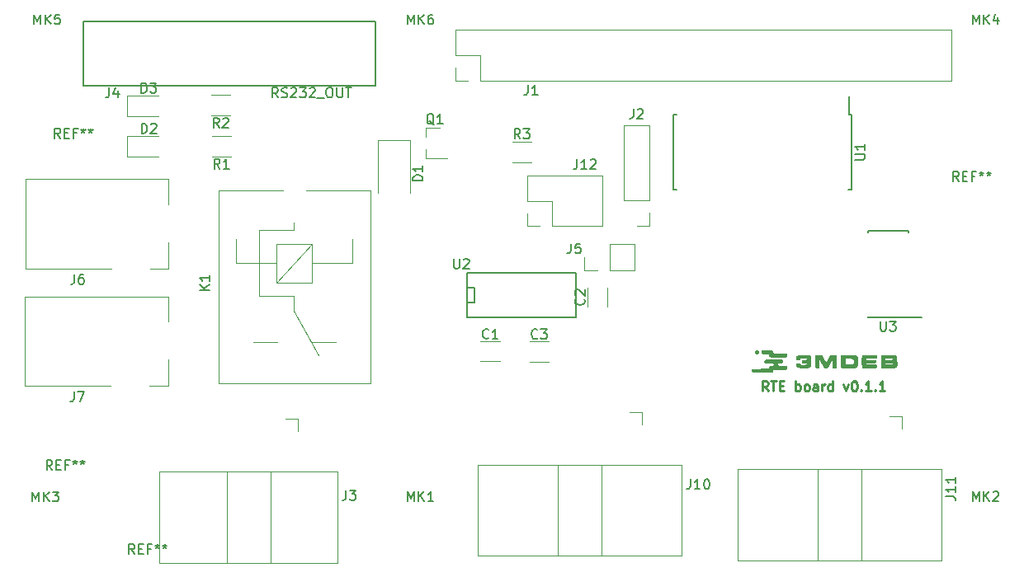
<source format=gto>
%TF.GenerationSoftware,KiCad,Pcbnew,4.0.7*%
%TF.CreationDate,2018-07-23T15:38:26+02:00*%
%TF.ProjectId,rte_rpi,7274655F7270692E6B696361645F7063,rev?*%
%TF.FileFunction,Legend,Top*%
%FSLAX46Y46*%
G04 Gerber Fmt 4.6, Leading zero omitted, Abs format (unit mm)*
G04 Created by KiCad (PCBNEW 4.0.7) date 07/23/18 15:38:26*
%MOMM*%
%LPD*%
G01*
G04 APERTURE LIST*
%ADD10C,0.100000*%
%ADD11C,0.250000*%
%ADD12C,0.150000*%
%ADD13C,0.120000*%
%ADD14C,0.010000*%
G04 APERTURE END LIST*
D10*
D11*
X208583924Y-109215181D02*
X208250590Y-108738990D01*
X208012495Y-109215181D02*
X208012495Y-108215181D01*
X208393448Y-108215181D01*
X208488686Y-108262800D01*
X208536305Y-108310419D01*
X208583924Y-108405657D01*
X208583924Y-108548514D01*
X208536305Y-108643752D01*
X208488686Y-108691371D01*
X208393448Y-108738990D01*
X208012495Y-108738990D01*
X208869638Y-108215181D02*
X209441067Y-108215181D01*
X209155352Y-109215181D02*
X209155352Y-108215181D01*
X209774400Y-108691371D02*
X210107734Y-108691371D01*
X210250591Y-109215181D02*
X209774400Y-109215181D01*
X209774400Y-108215181D01*
X210250591Y-108215181D01*
X211441067Y-109215181D02*
X211441067Y-108215181D01*
X211441067Y-108596133D02*
X211536305Y-108548514D01*
X211726782Y-108548514D01*
X211822020Y-108596133D01*
X211869639Y-108643752D01*
X211917258Y-108738990D01*
X211917258Y-109024705D01*
X211869639Y-109119943D01*
X211822020Y-109167562D01*
X211726782Y-109215181D01*
X211536305Y-109215181D01*
X211441067Y-109167562D01*
X212488686Y-109215181D02*
X212393448Y-109167562D01*
X212345829Y-109119943D01*
X212298210Y-109024705D01*
X212298210Y-108738990D01*
X212345829Y-108643752D01*
X212393448Y-108596133D01*
X212488686Y-108548514D01*
X212631544Y-108548514D01*
X212726782Y-108596133D01*
X212774401Y-108643752D01*
X212822020Y-108738990D01*
X212822020Y-109024705D01*
X212774401Y-109119943D01*
X212726782Y-109167562D01*
X212631544Y-109215181D01*
X212488686Y-109215181D01*
X213679163Y-109215181D02*
X213679163Y-108691371D01*
X213631544Y-108596133D01*
X213536306Y-108548514D01*
X213345829Y-108548514D01*
X213250591Y-108596133D01*
X213679163Y-109167562D02*
X213583925Y-109215181D01*
X213345829Y-109215181D01*
X213250591Y-109167562D01*
X213202972Y-109072324D01*
X213202972Y-108977086D01*
X213250591Y-108881848D01*
X213345829Y-108834229D01*
X213583925Y-108834229D01*
X213679163Y-108786610D01*
X214155353Y-109215181D02*
X214155353Y-108548514D01*
X214155353Y-108738990D02*
X214202972Y-108643752D01*
X214250591Y-108596133D01*
X214345829Y-108548514D01*
X214441068Y-108548514D01*
X215202973Y-109215181D02*
X215202973Y-108215181D01*
X215202973Y-109167562D02*
X215107735Y-109215181D01*
X214917258Y-109215181D01*
X214822020Y-109167562D01*
X214774401Y-109119943D01*
X214726782Y-109024705D01*
X214726782Y-108738990D01*
X214774401Y-108643752D01*
X214822020Y-108596133D01*
X214917258Y-108548514D01*
X215107735Y-108548514D01*
X215202973Y-108596133D01*
X216345830Y-108548514D02*
X216583925Y-109215181D01*
X216822021Y-108548514D01*
X217393449Y-108215181D02*
X217488688Y-108215181D01*
X217583926Y-108262800D01*
X217631545Y-108310419D01*
X217679164Y-108405657D01*
X217726783Y-108596133D01*
X217726783Y-108834229D01*
X217679164Y-109024705D01*
X217631545Y-109119943D01*
X217583926Y-109167562D01*
X217488688Y-109215181D01*
X217393449Y-109215181D01*
X217298211Y-109167562D01*
X217250592Y-109119943D01*
X217202973Y-109024705D01*
X217155354Y-108834229D01*
X217155354Y-108596133D01*
X217202973Y-108405657D01*
X217250592Y-108310419D01*
X217298211Y-108262800D01*
X217393449Y-108215181D01*
X218155354Y-109119943D02*
X218202973Y-109167562D01*
X218155354Y-109215181D01*
X218107735Y-109167562D01*
X218155354Y-109119943D01*
X218155354Y-109215181D01*
X219155354Y-109215181D02*
X218583925Y-109215181D01*
X218869639Y-109215181D02*
X218869639Y-108215181D01*
X218774401Y-108358038D01*
X218679163Y-108453276D01*
X218583925Y-108500895D01*
X219583925Y-109119943D02*
X219631544Y-109167562D01*
X219583925Y-109215181D01*
X219536306Y-109167562D01*
X219583925Y-109119943D01*
X219583925Y-109215181D01*
X220583925Y-109215181D02*
X220012496Y-109215181D01*
X220298210Y-109215181D02*
X220298210Y-108215181D01*
X220202972Y-108358038D01*
X220107734Y-108453276D01*
X220012496Y-108500895D01*
D12*
X177673000Y-98602800D02*
X178435000Y-98602800D01*
X178435000Y-98602800D02*
X178435000Y-100126800D01*
X178435000Y-100126800D02*
X177673000Y-100126800D01*
X188849000Y-97078800D02*
X188849000Y-101650800D01*
X188849000Y-101650800D02*
X177673000Y-101650800D01*
X177673000Y-101650800D02*
X177673000Y-97078800D01*
X177673000Y-97078800D02*
X188849000Y-97078800D01*
X217151000Y-80821300D02*
X216901000Y-80821300D01*
X217151000Y-88571300D02*
X216806000Y-88571300D01*
X198901000Y-88571300D02*
X199246000Y-88571300D01*
X198901000Y-80821300D02*
X199246000Y-80821300D01*
X217151000Y-80821300D02*
X217151000Y-88571300D01*
X198901000Y-80821300D02*
X198901000Y-88571300D01*
X216901000Y-80821300D02*
X216901000Y-78996300D01*
D13*
X158820000Y-88643000D02*
X152220000Y-88643000D01*
X167820000Y-88643000D02*
X161220000Y-88643000D01*
X167820000Y-88643000D02*
X167820000Y-108443000D01*
X167820000Y-108443000D02*
X152220000Y-108443000D01*
X152220000Y-108443000D02*
X152220000Y-88643000D01*
X155820000Y-104193000D02*
X158270000Y-104193000D01*
X164220000Y-104193000D02*
X161720000Y-104193000D01*
X153970000Y-93593000D02*
X153970000Y-96093000D01*
X159970000Y-92693000D02*
X159970000Y-91893000D01*
X165970000Y-96093000D02*
X165970000Y-93593000D01*
X159970000Y-99493000D02*
X159970000Y-100993000D01*
X159970000Y-100993000D02*
X162470000Y-105593000D01*
X156370000Y-99493000D02*
X156370000Y-92693000D01*
X159970000Y-99493000D02*
X156370000Y-99493000D01*
X159970000Y-92693000D02*
X156370000Y-92693000D01*
X165970000Y-96093000D02*
X161770000Y-96093000D01*
X158170000Y-96093000D02*
X153970000Y-96093000D01*
X158170000Y-98093000D02*
X161770000Y-94093000D01*
X158170000Y-94093000D02*
X161770000Y-94093000D01*
X161770000Y-94093000D02*
X161770000Y-98093000D01*
X161770000Y-98093000D02*
X158170000Y-98093000D01*
X158170000Y-98093000D02*
X158170000Y-94093000D01*
X227415400Y-77352200D02*
X227415400Y-72152200D01*
X179095400Y-77352200D02*
X227415400Y-77352200D01*
X176495400Y-72152200D02*
X227415400Y-72152200D01*
X179095400Y-77352200D02*
X179095400Y-74752200D01*
X179095400Y-74752200D02*
X176495400Y-74752200D01*
X176495400Y-74752200D02*
X176495400Y-72152200D01*
X177825400Y-77352200D02*
X176495400Y-77352200D01*
X176495400Y-77352200D02*
X176495400Y-76022200D01*
X171855400Y-83493400D02*
X168555400Y-83493400D01*
X168555400Y-83493400D02*
X168555400Y-88893400D01*
X171855400Y-83493400D02*
X171855400Y-88893400D01*
X191601400Y-92300100D02*
X191601400Y-87100100D01*
X186461400Y-92300100D02*
X191601400Y-92300100D01*
X183861400Y-87100100D02*
X191601400Y-87100100D01*
X186461400Y-92300100D02*
X186461400Y-89700100D01*
X186461400Y-89700100D02*
X183861400Y-89700100D01*
X183861400Y-89700100D02*
X183861400Y-87100100D01*
X185191400Y-92300100D02*
X183861400Y-92300100D01*
X183861400Y-92300100D02*
X183861400Y-90970100D01*
X160375600Y-112115600D02*
X159105600Y-112115600D01*
X160375600Y-113385600D02*
X160375600Y-112115600D01*
X164455600Y-126865600D02*
X146135600Y-126865600D01*
X164455600Y-117515600D02*
X164455600Y-126865600D01*
X157545600Y-117515600D02*
X157545600Y-126865600D01*
X146135600Y-117515600D02*
X146135600Y-126865600D01*
X146135600Y-117515600D02*
X164455600Y-117515600D01*
X153045600Y-117515600D02*
X153045600Y-126865600D01*
X141151600Y-108714600D02*
X132351600Y-108714600D01*
X132351600Y-108714600D02*
X132351600Y-99514600D01*
X147051600Y-106014600D02*
X147051600Y-108714600D01*
X147051600Y-108714600D02*
X145151600Y-108714600D01*
X132351600Y-99514600D02*
X147051600Y-99514600D01*
X147051600Y-99514600D02*
X147051600Y-102114600D01*
X181098700Y-104148700D02*
X179098700Y-104148700D01*
X179098700Y-106188700D02*
X181098700Y-106188700D01*
X190064200Y-98606100D02*
X190064200Y-100606100D01*
X192104200Y-100606100D02*
X192104200Y-98606100D01*
X186115200Y-104161400D02*
X184115200Y-104161400D01*
X184115200Y-106201400D02*
X186115200Y-106201400D01*
X196452800Y-81956600D02*
X193792800Y-81956600D01*
X196452800Y-89636600D02*
X196452800Y-81956600D01*
X193792800Y-89636600D02*
X193792800Y-81956600D01*
X196452800Y-89636600D02*
X193792800Y-89636600D01*
X196452800Y-90906600D02*
X196452800Y-92236600D01*
X196452800Y-92236600D02*
X195122800Y-92236600D01*
X141202400Y-96649600D02*
X132402400Y-96649600D01*
X132402400Y-96649600D02*
X132402400Y-87449600D01*
X147102400Y-93949600D02*
X147102400Y-96649600D01*
X147102400Y-96649600D02*
X145202400Y-96649600D01*
X132402400Y-87449600D02*
X147102400Y-87449600D01*
X147102400Y-87449600D02*
X147102400Y-90049600D01*
X195630800Y-111404400D02*
X194360800Y-111404400D01*
X195630800Y-112674400D02*
X195630800Y-111404400D01*
X199710800Y-126154400D02*
X178850800Y-126154400D01*
X199710800Y-116804400D02*
X199710800Y-126154400D01*
X178850800Y-116804400D02*
X178850800Y-126154400D01*
X178850800Y-116804400D02*
X199710800Y-116804400D01*
X191530800Y-116804400D02*
X191530800Y-126154400D01*
X187030800Y-116804400D02*
X187030800Y-126154400D01*
X222300800Y-111861600D02*
X221030800Y-111861600D01*
X222300800Y-113131600D02*
X222300800Y-111861600D01*
X226380800Y-126611600D02*
X205520800Y-126611600D01*
X226380800Y-117261600D02*
X226380800Y-126611600D01*
X205520800Y-117261600D02*
X205520800Y-126611600D01*
X205520800Y-117261600D02*
X226380800Y-117261600D01*
X218200800Y-117261600D02*
X218200800Y-126611600D01*
X213700800Y-117261600D02*
X213700800Y-126611600D01*
X173484000Y-82189200D02*
X173484000Y-83119200D01*
X173484000Y-85349200D02*
X173484000Y-84419200D01*
X173484000Y-85349200D02*
X175644000Y-85349200D01*
X173484000Y-82189200D02*
X174944000Y-82189200D01*
X151514300Y-83016700D02*
X153514300Y-83016700D01*
X153514300Y-85156700D02*
X151514300Y-85156700D01*
X151438100Y-78825700D02*
X153438100Y-78825700D01*
X153438100Y-80965700D02*
X151438100Y-80965700D01*
X184337200Y-85779000D02*
X182337200Y-85779000D01*
X182337200Y-83639000D02*
X184337200Y-83639000D01*
D12*
X222978800Y-101693900D02*
X222978800Y-101668900D01*
X218828800Y-101693900D02*
X218828800Y-101578900D01*
X218828800Y-92793900D02*
X218828800Y-92908900D01*
X222978800Y-92793900D02*
X222978800Y-92908900D01*
X222978800Y-101693900D02*
X218828800Y-101693900D01*
X222978800Y-92793900D02*
X218828800Y-92793900D01*
X222978800Y-101668900D02*
X224353800Y-101668900D01*
D13*
X142859400Y-83052100D02*
X142859400Y-85172100D01*
X146059400Y-83052100D02*
X142859400Y-83052100D01*
X142859400Y-85172100D02*
X146059400Y-85172100D01*
X142846700Y-78886500D02*
X142846700Y-81006500D01*
X146046700Y-78886500D02*
X142846700Y-78886500D01*
X142846700Y-81006500D02*
X146046700Y-81006500D01*
X194928800Y-96834000D02*
X194928800Y-94174000D01*
X192328800Y-96834000D02*
X194928800Y-96834000D01*
X192328800Y-94174000D02*
X194928800Y-94174000D01*
X192328800Y-96834000D02*
X192328800Y-94174000D01*
X191058800Y-96834000D02*
X189728800Y-96834000D01*
X189728800Y-96834000D02*
X189728800Y-95504000D01*
D14*
G36*
X209926541Y-106022837D02*
X209957947Y-106042125D01*
X209985587Y-106068186D01*
X210006277Y-106098017D01*
X210013043Y-106112256D01*
X210017118Y-106125589D01*
X210019151Y-106141436D01*
X210019789Y-106163215D01*
X210019806Y-106169460D01*
X210019403Y-106193064D01*
X210017764Y-106209920D01*
X210014245Y-106223425D01*
X210008203Y-106236973D01*
X210006322Y-106240580D01*
X209982715Y-106274439D01*
X209951764Y-106301691D01*
X209925920Y-106316431D01*
X209916008Y-106320838D01*
X209906847Y-106324113D01*
X209896751Y-106326425D01*
X209884033Y-106327942D01*
X209867004Y-106328834D01*
X209843979Y-106329268D01*
X209813270Y-106329413D01*
X209795803Y-106329430D01*
X209762595Y-106329700D01*
X209731048Y-106330423D01*
X209703257Y-106331515D01*
X209681316Y-106332892D01*
X209667320Y-106334472D01*
X209666807Y-106334566D01*
X209627166Y-106346662D01*
X209593629Y-106366846D01*
X209565954Y-106395297D01*
X209549010Y-106421961D01*
X209542845Y-106435716D01*
X209539260Y-106450413D01*
X209537646Y-106469462D01*
X209537360Y-106486960D01*
X209537736Y-106509577D01*
X209539458Y-106525702D01*
X209543300Y-106538986D01*
X209550038Y-106553080D01*
X209552267Y-106557159D01*
X209573133Y-106587151D01*
X209599712Y-106610821D01*
X209631048Y-106628686D01*
X209659220Y-106641900D01*
X210027520Y-106644440D01*
X210097975Y-106644940D01*
X210158993Y-106645416D01*
X210211295Y-106645889D01*
X210255603Y-106646380D01*
X210292641Y-106646911D01*
X210323129Y-106647502D01*
X210347790Y-106648177D01*
X210367346Y-106648956D01*
X210382520Y-106649860D01*
X210394032Y-106650911D01*
X210402607Y-106652131D01*
X210408965Y-106653541D01*
X210413829Y-106655162D01*
X210415748Y-106655977D01*
X210449932Y-106676839D01*
X210477948Y-106705258D01*
X210494496Y-106731637D01*
X210502730Y-106749525D01*
X210507448Y-106764829D01*
X210509567Y-106781828D01*
X210510008Y-106804001D01*
X210508827Y-106831614D01*
X210505077Y-106852757D01*
X210499578Y-106867960D01*
X210483499Y-106894262D01*
X210460497Y-106919646D01*
X210433577Y-106941028D01*
X210421220Y-106948397D01*
X210395820Y-106961940D01*
X209161380Y-106967020D01*
X209132620Y-106981145D01*
X209099406Y-107002342D01*
X209073763Y-107029777D01*
X209055429Y-107063863D01*
X209044143Y-107105017D01*
X209041336Y-107125530D01*
X209033676Y-107168097D01*
X209019744Y-107203181D01*
X208998928Y-107231732D01*
X208970619Y-107254702D01*
X208951757Y-107265240D01*
X208917756Y-107281980D01*
X207993088Y-107282852D01*
X207873763Y-107282950D01*
X207764229Y-107283009D01*
X207664116Y-107283027D01*
X207573054Y-107283002D01*
X207490674Y-107282931D01*
X207416606Y-107282813D01*
X207350481Y-107282645D01*
X207291930Y-107282425D01*
X207240582Y-107282151D01*
X207196069Y-107281821D01*
X207158020Y-107281433D01*
X207126067Y-107280984D01*
X207099839Y-107280474D01*
X207078968Y-107279898D01*
X207063084Y-107279256D01*
X207051816Y-107278546D01*
X207044797Y-107277764D01*
X207043020Y-107277413D01*
X207011196Y-107266928D01*
X206985083Y-107251850D01*
X206964220Y-107233660D01*
X206944847Y-107212016D01*
X206932046Y-107191165D01*
X206924650Y-107168080D01*
X206921493Y-107139734D01*
X206921138Y-107121960D01*
X206921487Y-107097905D01*
X206922915Y-107080789D01*
X206926010Y-107067401D01*
X206931360Y-107054529D01*
X206934699Y-107047977D01*
X206955436Y-107018113D01*
X206983113Y-106992038D01*
X207014458Y-106972797D01*
X207037940Y-106961940D01*
X208597500Y-106956860D01*
X208621117Y-106945942D01*
X208654115Y-106925448D01*
X208679871Y-106897845D01*
X208698354Y-106863180D01*
X208709534Y-106821503D01*
X208711739Y-106805049D01*
X208715074Y-106781685D01*
X208719844Y-106759168D01*
X208725123Y-106741734D01*
X208726132Y-106739288D01*
X208743898Y-106709713D01*
X208768696Y-106682927D01*
X208797410Y-106662229D01*
X208800377Y-106660621D01*
X208808575Y-106656450D01*
X208816267Y-106653211D01*
X208824870Y-106650753D01*
X208835798Y-106648928D01*
X208850468Y-106647585D01*
X208870296Y-106646577D01*
X208896698Y-106645752D01*
X208931090Y-106644962D01*
X208953100Y-106644506D01*
X208992400Y-106643666D01*
X209022989Y-106642858D01*
X209046313Y-106641935D01*
X209063818Y-106640749D01*
X209076951Y-106639151D01*
X209087157Y-106636992D01*
X209095885Y-106634126D01*
X209104579Y-106630403D01*
X209108479Y-106628591D01*
X209143304Y-106607646D01*
X209169510Y-106581373D01*
X209187307Y-106549461D01*
X209196907Y-106511597D01*
X209198439Y-106495768D01*
X209199304Y-106474634D01*
X209198319Y-106459368D01*
X209194673Y-106445732D01*
X209187558Y-106429490D01*
X209184644Y-106423511D01*
X209162973Y-106389914D01*
X209134332Y-106363453D01*
X209098124Y-106343578D01*
X209096891Y-106343069D01*
X209091588Y-106340968D01*
X209086156Y-106339145D01*
X209079855Y-106337576D01*
X209071944Y-106336235D01*
X209061684Y-106335096D01*
X209048334Y-106334135D01*
X209031155Y-106333324D01*
X209009405Y-106332640D01*
X208982346Y-106332056D01*
X208949236Y-106331547D01*
X208909335Y-106331089D01*
X208861904Y-106330654D01*
X208806202Y-106330218D01*
X208741489Y-106329755D01*
X208701640Y-106329480D01*
X208333340Y-106326940D01*
X208306320Y-106311972D01*
X208274829Y-106289795D01*
X208249892Y-106261175D01*
X208238135Y-106241708D01*
X208232458Y-106229331D01*
X208228986Y-106216217D01*
X208227224Y-106199366D01*
X208226681Y-106175775D01*
X208226674Y-106172000D01*
X208226956Y-106148428D01*
X208228244Y-106131804D01*
X208231173Y-106118923D01*
X208236382Y-106106580D01*
X208241627Y-106096720D01*
X208262493Y-106066728D01*
X208289072Y-106043058D01*
X208320408Y-106025193D01*
X208348580Y-106011980D01*
X209903060Y-106011980D01*
X209926541Y-106022837D01*
X209926541Y-106022837D01*
G37*
X209926541Y-106022837D02*
X209957947Y-106042125D01*
X209985587Y-106068186D01*
X210006277Y-106098017D01*
X210013043Y-106112256D01*
X210017118Y-106125589D01*
X210019151Y-106141436D01*
X210019789Y-106163215D01*
X210019806Y-106169460D01*
X210019403Y-106193064D01*
X210017764Y-106209920D01*
X210014245Y-106223425D01*
X210008203Y-106236973D01*
X210006322Y-106240580D01*
X209982715Y-106274439D01*
X209951764Y-106301691D01*
X209925920Y-106316431D01*
X209916008Y-106320838D01*
X209906847Y-106324113D01*
X209896751Y-106326425D01*
X209884033Y-106327942D01*
X209867004Y-106328834D01*
X209843979Y-106329268D01*
X209813270Y-106329413D01*
X209795803Y-106329430D01*
X209762595Y-106329700D01*
X209731048Y-106330423D01*
X209703257Y-106331515D01*
X209681316Y-106332892D01*
X209667320Y-106334472D01*
X209666807Y-106334566D01*
X209627166Y-106346662D01*
X209593629Y-106366846D01*
X209565954Y-106395297D01*
X209549010Y-106421961D01*
X209542845Y-106435716D01*
X209539260Y-106450413D01*
X209537646Y-106469462D01*
X209537360Y-106486960D01*
X209537736Y-106509577D01*
X209539458Y-106525702D01*
X209543300Y-106538986D01*
X209550038Y-106553080D01*
X209552267Y-106557159D01*
X209573133Y-106587151D01*
X209599712Y-106610821D01*
X209631048Y-106628686D01*
X209659220Y-106641900D01*
X210027520Y-106644440D01*
X210097975Y-106644940D01*
X210158993Y-106645416D01*
X210211295Y-106645889D01*
X210255603Y-106646380D01*
X210292641Y-106646911D01*
X210323129Y-106647502D01*
X210347790Y-106648177D01*
X210367346Y-106648956D01*
X210382520Y-106649860D01*
X210394032Y-106650911D01*
X210402607Y-106652131D01*
X210408965Y-106653541D01*
X210413829Y-106655162D01*
X210415748Y-106655977D01*
X210449932Y-106676839D01*
X210477948Y-106705258D01*
X210494496Y-106731637D01*
X210502730Y-106749525D01*
X210507448Y-106764829D01*
X210509567Y-106781828D01*
X210510008Y-106804001D01*
X210508827Y-106831614D01*
X210505077Y-106852757D01*
X210499578Y-106867960D01*
X210483499Y-106894262D01*
X210460497Y-106919646D01*
X210433577Y-106941028D01*
X210421220Y-106948397D01*
X210395820Y-106961940D01*
X209161380Y-106967020D01*
X209132620Y-106981145D01*
X209099406Y-107002342D01*
X209073763Y-107029777D01*
X209055429Y-107063863D01*
X209044143Y-107105017D01*
X209041336Y-107125530D01*
X209033676Y-107168097D01*
X209019744Y-107203181D01*
X208998928Y-107231732D01*
X208970619Y-107254702D01*
X208951757Y-107265240D01*
X208917756Y-107281980D01*
X207993088Y-107282852D01*
X207873763Y-107282950D01*
X207764229Y-107283009D01*
X207664116Y-107283027D01*
X207573054Y-107283002D01*
X207490674Y-107282931D01*
X207416606Y-107282813D01*
X207350481Y-107282645D01*
X207291930Y-107282425D01*
X207240582Y-107282151D01*
X207196069Y-107281821D01*
X207158020Y-107281433D01*
X207126067Y-107280984D01*
X207099839Y-107280474D01*
X207078968Y-107279898D01*
X207063084Y-107279256D01*
X207051816Y-107278546D01*
X207044797Y-107277764D01*
X207043020Y-107277413D01*
X207011196Y-107266928D01*
X206985083Y-107251850D01*
X206964220Y-107233660D01*
X206944847Y-107212016D01*
X206932046Y-107191165D01*
X206924650Y-107168080D01*
X206921493Y-107139734D01*
X206921138Y-107121960D01*
X206921487Y-107097905D01*
X206922915Y-107080789D01*
X206926010Y-107067401D01*
X206931360Y-107054529D01*
X206934699Y-107047977D01*
X206955436Y-107018113D01*
X206983113Y-106992038D01*
X207014458Y-106972797D01*
X207037940Y-106961940D01*
X208597500Y-106956860D01*
X208621117Y-106945942D01*
X208654115Y-106925448D01*
X208679871Y-106897845D01*
X208698354Y-106863180D01*
X208709534Y-106821503D01*
X208711739Y-106805049D01*
X208715074Y-106781685D01*
X208719844Y-106759168D01*
X208725123Y-106741734D01*
X208726132Y-106739288D01*
X208743898Y-106709713D01*
X208768696Y-106682927D01*
X208797410Y-106662229D01*
X208800377Y-106660621D01*
X208808575Y-106656450D01*
X208816267Y-106653211D01*
X208824870Y-106650753D01*
X208835798Y-106648928D01*
X208850468Y-106647585D01*
X208870296Y-106646577D01*
X208896698Y-106645752D01*
X208931090Y-106644962D01*
X208953100Y-106644506D01*
X208992400Y-106643666D01*
X209022989Y-106642858D01*
X209046313Y-106641935D01*
X209063818Y-106640749D01*
X209076951Y-106639151D01*
X209087157Y-106636992D01*
X209095885Y-106634126D01*
X209104579Y-106630403D01*
X209108479Y-106628591D01*
X209143304Y-106607646D01*
X209169510Y-106581373D01*
X209187307Y-106549461D01*
X209196907Y-106511597D01*
X209198439Y-106495768D01*
X209199304Y-106474634D01*
X209198319Y-106459368D01*
X209194673Y-106445732D01*
X209187558Y-106429490D01*
X209184644Y-106423511D01*
X209162973Y-106389914D01*
X209134332Y-106363453D01*
X209098124Y-106343578D01*
X209096891Y-106343069D01*
X209091588Y-106340968D01*
X209086156Y-106339145D01*
X209079855Y-106337576D01*
X209071944Y-106336235D01*
X209061684Y-106335096D01*
X209048334Y-106334135D01*
X209031155Y-106333324D01*
X209009405Y-106332640D01*
X208982346Y-106332056D01*
X208949236Y-106331547D01*
X208909335Y-106331089D01*
X208861904Y-106330654D01*
X208806202Y-106330218D01*
X208741489Y-106329755D01*
X208701640Y-106329480D01*
X208333340Y-106326940D01*
X208306320Y-106311972D01*
X208274829Y-106289795D01*
X208249892Y-106261175D01*
X208238135Y-106241708D01*
X208232458Y-106229331D01*
X208228986Y-106216217D01*
X208227224Y-106199366D01*
X208226681Y-106175775D01*
X208226674Y-106172000D01*
X208226956Y-106148428D01*
X208228244Y-106131804D01*
X208231173Y-106118923D01*
X208236382Y-106106580D01*
X208241627Y-106096720D01*
X208262493Y-106066728D01*
X208289072Y-106043058D01*
X208320408Y-106025193D01*
X208348580Y-106011980D01*
X209903060Y-106011980D01*
X209926541Y-106022837D01*
G36*
X212324331Y-105532576D02*
X212414436Y-105534357D01*
X212495431Y-105537516D01*
X212567815Y-105542206D01*
X212632083Y-105548583D01*
X212688733Y-105556802D01*
X212738263Y-105567018D01*
X212781170Y-105579385D01*
X212817950Y-105594059D01*
X212849101Y-105611195D01*
X212875120Y-105630948D01*
X212896504Y-105653472D01*
X212913751Y-105678923D01*
X212927358Y-105707455D01*
X212937822Y-105739224D01*
X212941850Y-105755560D01*
X212945668Y-105779162D01*
X212948473Y-105809820D01*
X212950266Y-105845254D01*
X212951045Y-105883186D01*
X212950811Y-105921334D01*
X212949563Y-105957421D01*
X212947302Y-105989166D01*
X212944026Y-106014290D01*
X212941878Y-106024145D01*
X212929101Y-106062421D01*
X212912789Y-106092966D01*
X212891430Y-106117359D01*
X212863513Y-106137181D01*
X212827528Y-106154010D01*
X212812253Y-106159659D01*
X212780126Y-106170920D01*
X212813614Y-106182065D01*
X212850129Y-106197125D01*
X212880522Y-106216370D01*
X212905122Y-106240515D01*
X212924256Y-106270275D01*
X212938250Y-106306365D01*
X212947431Y-106349499D01*
X212952126Y-106400394D01*
X212952662Y-106459764D01*
X212951855Y-106484420D01*
X212947348Y-106542323D01*
X212938653Y-106592614D01*
X212925145Y-106635892D01*
X212906200Y-106672756D01*
X212881192Y-106703807D01*
X212849498Y-106729644D01*
X212810491Y-106750868D01*
X212763547Y-106768077D01*
X212708041Y-106781873D01*
X212643349Y-106792854D01*
X212628480Y-106794866D01*
X212612693Y-106796693D01*
X212594860Y-106798266D01*
X212574102Y-106799609D01*
X212549537Y-106800746D01*
X212520283Y-106801698D01*
X212485461Y-106802489D01*
X212444190Y-106803143D01*
X212395588Y-106803682D01*
X212338774Y-106804129D01*
X212272868Y-106804507D01*
X212257640Y-106804581D01*
X212200756Y-106804770D01*
X212145400Y-106804806D01*
X212092670Y-106804698D01*
X212043665Y-106804453D01*
X211999485Y-106804082D01*
X211961230Y-106803593D01*
X211929997Y-106802994D01*
X211906888Y-106802296D01*
X211894420Y-106801628D01*
X211832280Y-106795940D01*
X211778902Y-106789230D01*
X211732917Y-106781216D01*
X211692954Y-106771614D01*
X211657642Y-106760144D01*
X211625612Y-106746522D01*
X211624442Y-106745958D01*
X211582657Y-106721904D01*
X211548578Y-106693515D01*
X211521776Y-106660018D01*
X211501820Y-106620640D01*
X211488280Y-106574608D01*
X211480726Y-106521150D01*
X211478870Y-106484420D01*
X211479327Y-106455038D01*
X211482840Y-106433091D01*
X211490368Y-106416071D01*
X211502871Y-106401470D01*
X211514276Y-106391972D01*
X211532923Y-106377740D01*
X211654836Y-106376207D01*
X211699712Y-106375857D01*
X211735070Y-106376074D01*
X211761538Y-106376879D01*
X211779743Y-106378291D01*
X211790314Y-106380332D01*
X211791266Y-106380688D01*
X211809602Y-106393693D01*
X211823394Y-106415282D01*
X211830867Y-106438465D01*
X211840448Y-106468960D01*
X211854766Y-106492336D01*
X211875502Y-106510470D01*
X211904335Y-106525239D01*
X211910850Y-106527813D01*
X211920917Y-106531325D01*
X211931519Y-106534114D01*
X211944111Y-106536319D01*
X211960148Y-106538076D01*
X211981082Y-106539523D01*
X212008368Y-106540798D01*
X212043461Y-106542038D01*
X212069680Y-106542848D01*
X212117810Y-106543913D01*
X212168100Y-106544352D01*
X212219203Y-106544206D01*
X212269774Y-106543517D01*
X212318467Y-106542327D01*
X212363938Y-106540677D01*
X212404840Y-106538610D01*
X212439829Y-106536167D01*
X212467559Y-106533390D01*
X212486684Y-106530320D01*
X212488780Y-106529824D01*
X212523167Y-106517985D01*
X212548788Y-106501570D01*
X212566349Y-106479680D01*
X212576555Y-106451413D01*
X212580114Y-106415870D01*
X212580132Y-106413300D01*
X212579621Y-106390587D01*
X212577495Y-106374386D01*
X212573036Y-106361086D01*
X212567713Y-106350819D01*
X212550659Y-106328745D01*
X212527889Y-106313352D01*
X212498275Y-106303584D01*
X212487262Y-106302158D01*
X212467503Y-106300662D01*
X212440413Y-106299161D01*
X212407404Y-106297720D01*
X212369890Y-106296402D01*
X212329286Y-106295273D01*
X212303360Y-106294700D01*
X212254527Y-106293697D01*
X212214753Y-106292696D01*
X212182938Y-106291494D01*
X212157983Y-106289890D01*
X212138789Y-106287682D01*
X212124255Y-106284671D01*
X212113284Y-106280653D01*
X212104774Y-106275428D01*
X212097628Y-106268794D01*
X212090745Y-106260550D01*
X212086452Y-106254966D01*
X212079798Y-106245404D01*
X212075476Y-106235968D01*
X212072867Y-106223987D01*
X212071353Y-106206795D01*
X212070461Y-106185973D01*
X212070028Y-106162176D01*
X212070329Y-106140252D01*
X212071290Y-106123490D01*
X212072018Y-106117948D01*
X212079195Y-106100149D01*
X212092597Y-106081664D01*
X212109218Y-106065878D01*
X212126056Y-106056177D01*
X212127165Y-106055813D01*
X212136218Y-106054481D01*
X212154022Y-106053123D01*
X212179168Y-106051801D01*
X212210248Y-106050575D01*
X212245853Y-106049506D01*
X212284573Y-106048654D01*
X212298280Y-106048424D01*
X212353524Y-106047379D01*
X212399619Y-106045995D01*
X212437571Y-106044110D01*
X212468388Y-106041558D01*
X212493080Y-106038178D01*
X212512652Y-106033804D01*
X212528114Y-106028273D01*
X212540474Y-106021423D01*
X212550740Y-106013088D01*
X212557106Y-106006412D01*
X212572407Y-105981737D01*
X212581029Y-105951460D01*
X212582583Y-105917959D01*
X212577066Y-105884996D01*
X212565994Y-105861989D01*
X212547277Y-105840754D01*
X212523414Y-105823632D01*
X212501440Y-105814205D01*
X212483182Y-105810348D01*
X212455778Y-105806850D01*
X212420235Y-105803765D01*
X212377563Y-105801146D01*
X212328771Y-105799048D01*
X212274866Y-105797524D01*
X212216858Y-105796629D01*
X212168740Y-105796402D01*
X212105737Y-105796766D01*
X212052173Y-105797907D01*
X212007349Y-105799878D01*
X211970570Y-105802732D01*
X211941139Y-105806520D01*
X211918359Y-105811297D01*
X211902804Y-105816555D01*
X211876029Y-105832389D01*
X211854141Y-105853803D01*
X211839342Y-105878427D01*
X211835945Y-105888474D01*
X211824319Y-105921733D01*
X211809307Y-105945811D01*
X211798791Y-105955688D01*
X211793797Y-105959003D01*
X211788066Y-105961542D01*
X211780261Y-105963410D01*
X211769045Y-105964708D01*
X211753081Y-105965539D01*
X211731033Y-105966006D01*
X211701562Y-105966212D01*
X211663333Y-105966259D01*
X211661254Y-105966260D01*
X211622771Y-105966238D01*
X211593075Y-105966092D01*
X211570791Y-105965699D01*
X211554547Y-105964936D01*
X211542968Y-105963680D01*
X211534682Y-105961808D01*
X211528314Y-105959197D01*
X211522492Y-105955725D01*
X211519256Y-105953560D01*
X211502908Y-105938208D01*
X211488667Y-105916894D01*
X211487275Y-105914166D01*
X211481617Y-105902316D01*
X211478079Y-105892594D01*
X211476441Y-105882446D01*
X211476485Y-105869317D01*
X211477989Y-105850654D01*
X211480063Y-105830346D01*
X211485693Y-105785383D01*
X211492672Y-105748735D01*
X211501692Y-105718579D01*
X211513446Y-105693089D01*
X211528626Y-105670444D01*
X211547924Y-105648819D01*
X211549627Y-105647117D01*
X211571797Y-105627488D01*
X211596875Y-105610034D01*
X211625470Y-105594652D01*
X211658187Y-105581239D01*
X211695636Y-105569692D01*
X211738422Y-105559906D01*
X211787155Y-105551778D01*
X211842441Y-105545204D01*
X211904888Y-105540081D01*
X211975103Y-105536305D01*
X212053695Y-105533773D01*
X212141269Y-105532381D01*
X212224620Y-105532017D01*
X212324331Y-105532576D01*
X212324331Y-105532576D01*
G37*
X212324331Y-105532576D02*
X212414436Y-105534357D01*
X212495431Y-105537516D01*
X212567815Y-105542206D01*
X212632083Y-105548583D01*
X212688733Y-105556802D01*
X212738263Y-105567018D01*
X212781170Y-105579385D01*
X212817950Y-105594059D01*
X212849101Y-105611195D01*
X212875120Y-105630948D01*
X212896504Y-105653472D01*
X212913751Y-105678923D01*
X212927358Y-105707455D01*
X212937822Y-105739224D01*
X212941850Y-105755560D01*
X212945668Y-105779162D01*
X212948473Y-105809820D01*
X212950266Y-105845254D01*
X212951045Y-105883186D01*
X212950811Y-105921334D01*
X212949563Y-105957421D01*
X212947302Y-105989166D01*
X212944026Y-106014290D01*
X212941878Y-106024145D01*
X212929101Y-106062421D01*
X212912789Y-106092966D01*
X212891430Y-106117359D01*
X212863513Y-106137181D01*
X212827528Y-106154010D01*
X212812253Y-106159659D01*
X212780126Y-106170920D01*
X212813614Y-106182065D01*
X212850129Y-106197125D01*
X212880522Y-106216370D01*
X212905122Y-106240515D01*
X212924256Y-106270275D01*
X212938250Y-106306365D01*
X212947431Y-106349499D01*
X212952126Y-106400394D01*
X212952662Y-106459764D01*
X212951855Y-106484420D01*
X212947348Y-106542323D01*
X212938653Y-106592614D01*
X212925145Y-106635892D01*
X212906200Y-106672756D01*
X212881192Y-106703807D01*
X212849498Y-106729644D01*
X212810491Y-106750868D01*
X212763547Y-106768077D01*
X212708041Y-106781873D01*
X212643349Y-106792854D01*
X212628480Y-106794866D01*
X212612693Y-106796693D01*
X212594860Y-106798266D01*
X212574102Y-106799609D01*
X212549537Y-106800746D01*
X212520283Y-106801698D01*
X212485461Y-106802489D01*
X212444190Y-106803143D01*
X212395588Y-106803682D01*
X212338774Y-106804129D01*
X212272868Y-106804507D01*
X212257640Y-106804581D01*
X212200756Y-106804770D01*
X212145400Y-106804806D01*
X212092670Y-106804698D01*
X212043665Y-106804453D01*
X211999485Y-106804082D01*
X211961230Y-106803593D01*
X211929997Y-106802994D01*
X211906888Y-106802296D01*
X211894420Y-106801628D01*
X211832280Y-106795940D01*
X211778902Y-106789230D01*
X211732917Y-106781216D01*
X211692954Y-106771614D01*
X211657642Y-106760144D01*
X211625612Y-106746522D01*
X211624442Y-106745958D01*
X211582657Y-106721904D01*
X211548578Y-106693515D01*
X211521776Y-106660018D01*
X211501820Y-106620640D01*
X211488280Y-106574608D01*
X211480726Y-106521150D01*
X211478870Y-106484420D01*
X211479327Y-106455038D01*
X211482840Y-106433091D01*
X211490368Y-106416071D01*
X211502871Y-106401470D01*
X211514276Y-106391972D01*
X211532923Y-106377740D01*
X211654836Y-106376207D01*
X211699712Y-106375857D01*
X211735070Y-106376074D01*
X211761538Y-106376879D01*
X211779743Y-106378291D01*
X211790314Y-106380332D01*
X211791266Y-106380688D01*
X211809602Y-106393693D01*
X211823394Y-106415282D01*
X211830867Y-106438465D01*
X211840448Y-106468960D01*
X211854766Y-106492336D01*
X211875502Y-106510470D01*
X211904335Y-106525239D01*
X211910850Y-106527813D01*
X211920917Y-106531325D01*
X211931519Y-106534114D01*
X211944111Y-106536319D01*
X211960148Y-106538076D01*
X211981082Y-106539523D01*
X212008368Y-106540798D01*
X212043461Y-106542038D01*
X212069680Y-106542848D01*
X212117810Y-106543913D01*
X212168100Y-106544352D01*
X212219203Y-106544206D01*
X212269774Y-106543517D01*
X212318467Y-106542327D01*
X212363938Y-106540677D01*
X212404840Y-106538610D01*
X212439829Y-106536167D01*
X212467559Y-106533390D01*
X212486684Y-106530320D01*
X212488780Y-106529824D01*
X212523167Y-106517985D01*
X212548788Y-106501570D01*
X212566349Y-106479680D01*
X212576555Y-106451413D01*
X212580114Y-106415870D01*
X212580132Y-106413300D01*
X212579621Y-106390587D01*
X212577495Y-106374386D01*
X212573036Y-106361086D01*
X212567713Y-106350819D01*
X212550659Y-106328745D01*
X212527889Y-106313352D01*
X212498275Y-106303584D01*
X212487262Y-106302158D01*
X212467503Y-106300662D01*
X212440413Y-106299161D01*
X212407404Y-106297720D01*
X212369890Y-106296402D01*
X212329286Y-106295273D01*
X212303360Y-106294700D01*
X212254527Y-106293697D01*
X212214753Y-106292696D01*
X212182938Y-106291494D01*
X212157983Y-106289890D01*
X212138789Y-106287682D01*
X212124255Y-106284671D01*
X212113284Y-106280653D01*
X212104774Y-106275428D01*
X212097628Y-106268794D01*
X212090745Y-106260550D01*
X212086452Y-106254966D01*
X212079798Y-106245404D01*
X212075476Y-106235968D01*
X212072867Y-106223987D01*
X212071353Y-106206795D01*
X212070461Y-106185973D01*
X212070028Y-106162176D01*
X212070329Y-106140252D01*
X212071290Y-106123490D01*
X212072018Y-106117948D01*
X212079195Y-106100149D01*
X212092597Y-106081664D01*
X212109218Y-106065878D01*
X212126056Y-106056177D01*
X212127165Y-106055813D01*
X212136218Y-106054481D01*
X212154022Y-106053123D01*
X212179168Y-106051801D01*
X212210248Y-106050575D01*
X212245853Y-106049506D01*
X212284573Y-106048654D01*
X212298280Y-106048424D01*
X212353524Y-106047379D01*
X212399619Y-106045995D01*
X212437571Y-106044110D01*
X212468388Y-106041558D01*
X212493080Y-106038178D01*
X212512652Y-106033804D01*
X212528114Y-106028273D01*
X212540474Y-106021423D01*
X212550740Y-106013088D01*
X212557106Y-106006412D01*
X212572407Y-105981737D01*
X212581029Y-105951460D01*
X212582583Y-105917959D01*
X212577066Y-105884996D01*
X212565994Y-105861989D01*
X212547277Y-105840754D01*
X212523414Y-105823632D01*
X212501440Y-105814205D01*
X212483182Y-105810348D01*
X212455778Y-105806850D01*
X212420235Y-105803765D01*
X212377563Y-105801146D01*
X212328771Y-105799048D01*
X212274866Y-105797524D01*
X212216858Y-105796629D01*
X212168740Y-105796402D01*
X212105737Y-105796766D01*
X212052173Y-105797907D01*
X212007349Y-105799878D01*
X211970570Y-105802732D01*
X211941139Y-105806520D01*
X211918359Y-105811297D01*
X211902804Y-105816555D01*
X211876029Y-105832389D01*
X211854141Y-105853803D01*
X211839342Y-105878427D01*
X211835945Y-105888474D01*
X211824319Y-105921733D01*
X211809307Y-105945811D01*
X211798791Y-105955688D01*
X211793797Y-105959003D01*
X211788066Y-105961542D01*
X211780261Y-105963410D01*
X211769045Y-105964708D01*
X211753081Y-105965539D01*
X211731033Y-105966006D01*
X211701562Y-105966212D01*
X211663333Y-105966259D01*
X211661254Y-105966260D01*
X211622771Y-105966238D01*
X211593075Y-105966092D01*
X211570791Y-105965699D01*
X211554547Y-105964936D01*
X211542968Y-105963680D01*
X211534682Y-105961808D01*
X211528314Y-105959197D01*
X211522492Y-105955725D01*
X211519256Y-105953560D01*
X211502908Y-105938208D01*
X211488667Y-105916894D01*
X211487275Y-105914166D01*
X211481617Y-105902316D01*
X211478079Y-105892594D01*
X211476441Y-105882446D01*
X211476485Y-105869317D01*
X211477989Y-105850654D01*
X211480063Y-105830346D01*
X211485693Y-105785383D01*
X211492672Y-105748735D01*
X211501692Y-105718579D01*
X211513446Y-105693089D01*
X211528626Y-105670444D01*
X211547924Y-105648819D01*
X211549627Y-105647117D01*
X211571797Y-105627488D01*
X211596875Y-105610034D01*
X211625470Y-105594652D01*
X211658187Y-105581239D01*
X211695636Y-105569692D01*
X211738422Y-105559906D01*
X211787155Y-105551778D01*
X211842441Y-105545204D01*
X211904888Y-105540081D01*
X211975103Y-105536305D01*
X212053695Y-105533773D01*
X212141269Y-105532381D01*
X212224620Y-105532017D01*
X212324331Y-105532576D01*
G36*
X215374968Y-105537039D02*
X215417568Y-105537258D01*
X215452598Y-105537760D01*
X215480923Y-105538658D01*
X215503405Y-105540064D01*
X215520909Y-105542093D01*
X215534298Y-105544855D01*
X215544435Y-105548464D01*
X215552185Y-105553034D01*
X215558409Y-105558676D01*
X215563973Y-105565504D01*
X215569739Y-105573630D01*
X215572340Y-105577331D01*
X215587580Y-105598831D01*
X215588958Y-106157519D01*
X215589162Y-106257029D01*
X215589257Y-106346574D01*
X215589241Y-106426348D01*
X215589113Y-106496545D01*
X215588872Y-106557360D01*
X215588517Y-106608987D01*
X215588045Y-106651619D01*
X215587456Y-106685452D01*
X215586748Y-106710680D01*
X215585920Y-106727496D01*
X215584971Y-106736095D01*
X215584875Y-106736491D01*
X215575518Y-106757468D01*
X215560332Y-106777414D01*
X215542098Y-106793305D01*
X215524849Y-106801790D01*
X215514345Y-106803310D01*
X215495470Y-106804645D01*
X215470013Y-106805724D01*
X215439762Y-106806479D01*
X215406506Y-106806839D01*
X215394540Y-106806860D01*
X215352505Y-106806610D01*
X215319275Y-106805749D01*
X215293503Y-106804007D01*
X215273838Y-106801115D01*
X215258933Y-106796800D01*
X215247439Y-106790793D01*
X215238007Y-106782823D01*
X215230308Y-106773930D01*
X215226248Y-106768640D01*
X215222721Y-106763329D01*
X215219705Y-106757301D01*
X215217177Y-106749859D01*
X215215116Y-106740309D01*
X215213499Y-106727955D01*
X215212303Y-106712101D01*
X215211507Y-106692052D01*
X215211088Y-106667112D01*
X215211024Y-106636586D01*
X215211292Y-106599777D01*
X215211870Y-106555992D01*
X215212735Y-106504533D01*
X215213867Y-106444705D01*
X215215241Y-106375814D01*
X215216128Y-106332039D01*
X215217594Y-106259037D01*
X215218823Y-106195519D01*
X215219818Y-106140814D01*
X215220579Y-106094248D01*
X215221106Y-106055148D01*
X215221401Y-106022844D01*
X215221462Y-105996661D01*
X215221292Y-105975927D01*
X215220891Y-105959969D01*
X215220258Y-105948116D01*
X215219396Y-105939694D01*
X215218304Y-105934031D01*
X215216983Y-105930454D01*
X215216475Y-105929583D01*
X215205281Y-105919609D01*
X215192020Y-105918915D01*
X215178325Y-105927320D01*
X215172096Y-105934510D01*
X215167834Y-105941266D01*
X215158908Y-105956195D01*
X215145693Y-105978648D01*
X215128566Y-106007975D01*
X215107902Y-106043529D01*
X215084077Y-106084659D01*
X215057467Y-106130717D01*
X215028448Y-106181054D01*
X214997395Y-106235020D01*
X214964686Y-106291968D01*
X214930694Y-106351248D01*
X214927159Y-106357420D01*
X214893111Y-106416790D01*
X214860334Y-106473811D01*
X214829202Y-106527842D01*
X214800085Y-106578244D01*
X214773356Y-106624375D01*
X214749388Y-106665597D01*
X214728553Y-106701269D01*
X214711223Y-106730751D01*
X214697770Y-106753403D01*
X214688566Y-106768585D01*
X214683984Y-106775656D01*
X214683771Y-106775920D01*
X214674953Y-106785068D01*
X214665512Y-106792224D01*
X214654121Y-106797628D01*
X214639450Y-106801520D01*
X214620172Y-106804140D01*
X214594958Y-106805728D01*
X214562478Y-106806525D01*
X214521406Y-106806772D01*
X214513160Y-106806776D01*
X214470490Y-106806605D01*
X214436642Y-106805929D01*
X214410281Y-106804507D01*
X214390070Y-106802099D01*
X214374675Y-106798463D01*
X214362761Y-106793358D01*
X214352992Y-106786543D01*
X214344033Y-106777776D01*
X214342357Y-106775920D01*
X214338345Y-106769819D01*
X214329721Y-106755497D01*
X214316848Y-106733587D01*
X214300090Y-106704726D01*
X214279812Y-106669548D01*
X214256379Y-106628689D01*
X214230153Y-106582784D01*
X214201499Y-106532468D01*
X214170782Y-106478377D01*
X214138365Y-106421146D01*
X214104613Y-106361410D01*
X214096630Y-106347260D01*
X214062741Y-106287201D01*
X214030210Y-106229604D01*
X213999392Y-106175093D01*
X213970640Y-106124289D01*
X213944307Y-106077818D01*
X213920749Y-106036302D01*
X213900318Y-106000364D01*
X213883369Y-105970629D01*
X213870255Y-105947718D01*
X213861329Y-105932256D01*
X213856947Y-105924865D01*
X213856601Y-105924350D01*
X213846388Y-105918740D01*
X213832820Y-105919291D01*
X213820402Y-105925731D01*
X213819481Y-105926604D01*
X213817902Y-105928710D01*
X213816543Y-105932094D01*
X213815397Y-105937428D01*
X213814455Y-105945387D01*
X213813709Y-105956643D01*
X213813151Y-105971868D01*
X213812774Y-105991737D01*
X213812569Y-106016923D01*
X213812528Y-106048099D01*
X213812643Y-106085937D01*
X213812906Y-106131111D01*
X213813310Y-106184295D01*
X213813845Y-106246161D01*
X213814505Y-106317382D01*
X213814647Y-106332353D01*
X213815355Y-106411574D01*
X213815878Y-106481107D01*
X213816214Y-106541419D01*
X213816361Y-106592982D01*
X213816316Y-106636265D01*
X213816078Y-106671737D01*
X213815643Y-106699867D01*
X213815009Y-106721126D01*
X213814175Y-106735982D01*
X213813138Y-106744906D01*
X213812611Y-106747091D01*
X213800282Y-106769323D01*
X213780089Y-106788158D01*
X213760213Y-106799110D01*
X213748300Y-106801850D01*
X213728246Y-106804048D01*
X213701966Y-106805699D01*
X213671378Y-106806797D01*
X213638399Y-106807336D01*
X213604947Y-106807310D01*
X213572938Y-106806712D01*
X213544290Y-106805537D01*
X213520921Y-106803778D01*
X213504747Y-106801431D01*
X213499700Y-106799925D01*
X213478456Y-106786110D01*
X213460169Y-106766090D01*
X213448051Y-106743541D01*
X213446714Y-106739284D01*
X213445730Y-106732576D01*
X213444867Y-106719819D01*
X213444123Y-106700646D01*
X213443495Y-106674690D01*
X213442980Y-106641584D01*
X213442575Y-106600960D01*
X213442278Y-106552452D01*
X213442085Y-106495692D01*
X213441995Y-106430313D01*
X213442003Y-106355949D01*
X213442109Y-106272231D01*
X213442308Y-106178792D01*
X213442357Y-106159300D01*
X213442573Y-106070340D01*
X213442754Y-105990970D01*
X213442935Y-105920623D01*
X213443151Y-105858727D01*
X213443439Y-105804716D01*
X213443833Y-105758018D01*
X213444370Y-105718066D01*
X213445085Y-105684289D01*
X213446014Y-105656120D01*
X213447192Y-105632989D01*
X213448655Y-105614326D01*
X213450439Y-105599564D01*
X213452579Y-105588132D01*
X213455110Y-105579461D01*
X213458069Y-105572983D01*
X213461491Y-105568128D01*
X213465411Y-105564328D01*
X213469865Y-105561013D01*
X213474890Y-105557614D01*
X213480244Y-105553772D01*
X213498900Y-105539540D01*
X213760920Y-105538087D01*
X213811895Y-105537859D01*
X213860032Y-105537748D01*
X213904329Y-105537749D01*
X213943783Y-105537857D01*
X213977392Y-105538068D01*
X214004154Y-105538376D01*
X214023065Y-105538777D01*
X214033124Y-105539265D01*
X214034276Y-105539431D01*
X214039990Y-105541158D01*
X214045637Y-105543816D01*
X214051554Y-105547955D01*
X214058081Y-105554125D01*
X214065555Y-105562877D01*
X214074315Y-105574760D01*
X214084700Y-105590324D01*
X214097047Y-105610119D01*
X214111695Y-105634697D01*
X214128983Y-105664606D01*
X214149248Y-105700396D01*
X214172830Y-105742619D01*
X214200066Y-105791824D01*
X214231295Y-105848561D01*
X214266855Y-105913380D01*
X214287815Y-105951640D01*
X214322722Y-106015224D01*
X214355512Y-106074645D01*
X214385891Y-106129385D01*
X214413566Y-106178923D01*
X214438241Y-106222741D01*
X214459621Y-106260317D01*
X214477414Y-106291134D01*
X214491325Y-106314671D01*
X214501059Y-106330408D01*
X214506321Y-106337827D01*
X214506810Y-106338266D01*
X214516459Y-106343172D01*
X214524699Y-106341331D01*
X214529670Y-106338249D01*
X214534038Y-106332512D01*
X214542915Y-106318343D01*
X214556006Y-106296265D01*
X214573016Y-106266800D01*
X214593650Y-106230468D01*
X214617614Y-106187793D01*
X214644614Y-106139295D01*
X214674355Y-106085497D01*
X214706543Y-106026921D01*
X214740882Y-105964088D01*
X214741467Y-105963015D01*
X214772530Y-105906057D01*
X214802401Y-105851345D01*
X214830693Y-105799581D01*
X214857021Y-105751471D01*
X214880998Y-105707718D01*
X214902237Y-105669026D01*
X214920353Y-105636101D01*
X214934959Y-105609645D01*
X214945668Y-105590363D01*
X214952095Y-105578959D01*
X214953555Y-105576474D01*
X214966051Y-105561663D01*
X214982031Y-105549146D01*
X214985395Y-105547264D01*
X214990240Y-105544961D01*
X214995569Y-105543031D01*
X215002271Y-105541441D01*
X215011234Y-105540158D01*
X215023349Y-105539148D01*
X215039504Y-105538380D01*
X215060589Y-105537820D01*
X215087493Y-105537436D01*
X215121105Y-105537195D01*
X215162313Y-105537063D01*
X215212008Y-105537009D01*
X215263606Y-105537000D01*
X215323935Y-105536991D01*
X215374968Y-105537039D01*
X215374968Y-105537039D01*
G37*
X215374968Y-105537039D02*
X215417568Y-105537258D01*
X215452598Y-105537760D01*
X215480923Y-105538658D01*
X215503405Y-105540064D01*
X215520909Y-105542093D01*
X215534298Y-105544855D01*
X215544435Y-105548464D01*
X215552185Y-105553034D01*
X215558409Y-105558676D01*
X215563973Y-105565504D01*
X215569739Y-105573630D01*
X215572340Y-105577331D01*
X215587580Y-105598831D01*
X215588958Y-106157519D01*
X215589162Y-106257029D01*
X215589257Y-106346574D01*
X215589241Y-106426348D01*
X215589113Y-106496545D01*
X215588872Y-106557360D01*
X215588517Y-106608987D01*
X215588045Y-106651619D01*
X215587456Y-106685452D01*
X215586748Y-106710680D01*
X215585920Y-106727496D01*
X215584971Y-106736095D01*
X215584875Y-106736491D01*
X215575518Y-106757468D01*
X215560332Y-106777414D01*
X215542098Y-106793305D01*
X215524849Y-106801790D01*
X215514345Y-106803310D01*
X215495470Y-106804645D01*
X215470013Y-106805724D01*
X215439762Y-106806479D01*
X215406506Y-106806839D01*
X215394540Y-106806860D01*
X215352505Y-106806610D01*
X215319275Y-106805749D01*
X215293503Y-106804007D01*
X215273838Y-106801115D01*
X215258933Y-106796800D01*
X215247439Y-106790793D01*
X215238007Y-106782823D01*
X215230308Y-106773930D01*
X215226248Y-106768640D01*
X215222721Y-106763329D01*
X215219705Y-106757301D01*
X215217177Y-106749859D01*
X215215116Y-106740309D01*
X215213499Y-106727955D01*
X215212303Y-106712101D01*
X215211507Y-106692052D01*
X215211088Y-106667112D01*
X215211024Y-106636586D01*
X215211292Y-106599777D01*
X215211870Y-106555992D01*
X215212735Y-106504533D01*
X215213867Y-106444705D01*
X215215241Y-106375814D01*
X215216128Y-106332039D01*
X215217594Y-106259037D01*
X215218823Y-106195519D01*
X215219818Y-106140814D01*
X215220579Y-106094248D01*
X215221106Y-106055148D01*
X215221401Y-106022844D01*
X215221462Y-105996661D01*
X215221292Y-105975927D01*
X215220891Y-105959969D01*
X215220258Y-105948116D01*
X215219396Y-105939694D01*
X215218304Y-105934031D01*
X215216983Y-105930454D01*
X215216475Y-105929583D01*
X215205281Y-105919609D01*
X215192020Y-105918915D01*
X215178325Y-105927320D01*
X215172096Y-105934510D01*
X215167834Y-105941266D01*
X215158908Y-105956195D01*
X215145693Y-105978648D01*
X215128566Y-106007975D01*
X215107902Y-106043529D01*
X215084077Y-106084659D01*
X215057467Y-106130717D01*
X215028448Y-106181054D01*
X214997395Y-106235020D01*
X214964686Y-106291968D01*
X214930694Y-106351248D01*
X214927159Y-106357420D01*
X214893111Y-106416790D01*
X214860334Y-106473811D01*
X214829202Y-106527842D01*
X214800085Y-106578244D01*
X214773356Y-106624375D01*
X214749388Y-106665597D01*
X214728553Y-106701269D01*
X214711223Y-106730751D01*
X214697770Y-106753403D01*
X214688566Y-106768585D01*
X214683984Y-106775656D01*
X214683771Y-106775920D01*
X214674953Y-106785068D01*
X214665512Y-106792224D01*
X214654121Y-106797628D01*
X214639450Y-106801520D01*
X214620172Y-106804140D01*
X214594958Y-106805728D01*
X214562478Y-106806525D01*
X214521406Y-106806772D01*
X214513160Y-106806776D01*
X214470490Y-106806605D01*
X214436642Y-106805929D01*
X214410281Y-106804507D01*
X214390070Y-106802099D01*
X214374675Y-106798463D01*
X214362761Y-106793358D01*
X214352992Y-106786543D01*
X214344033Y-106777776D01*
X214342357Y-106775920D01*
X214338345Y-106769819D01*
X214329721Y-106755497D01*
X214316848Y-106733587D01*
X214300090Y-106704726D01*
X214279812Y-106669548D01*
X214256379Y-106628689D01*
X214230153Y-106582784D01*
X214201499Y-106532468D01*
X214170782Y-106478377D01*
X214138365Y-106421146D01*
X214104613Y-106361410D01*
X214096630Y-106347260D01*
X214062741Y-106287201D01*
X214030210Y-106229604D01*
X213999392Y-106175093D01*
X213970640Y-106124289D01*
X213944307Y-106077818D01*
X213920749Y-106036302D01*
X213900318Y-106000364D01*
X213883369Y-105970629D01*
X213870255Y-105947718D01*
X213861329Y-105932256D01*
X213856947Y-105924865D01*
X213856601Y-105924350D01*
X213846388Y-105918740D01*
X213832820Y-105919291D01*
X213820402Y-105925731D01*
X213819481Y-105926604D01*
X213817902Y-105928710D01*
X213816543Y-105932094D01*
X213815397Y-105937428D01*
X213814455Y-105945387D01*
X213813709Y-105956643D01*
X213813151Y-105971868D01*
X213812774Y-105991737D01*
X213812569Y-106016923D01*
X213812528Y-106048099D01*
X213812643Y-106085937D01*
X213812906Y-106131111D01*
X213813310Y-106184295D01*
X213813845Y-106246161D01*
X213814505Y-106317382D01*
X213814647Y-106332353D01*
X213815355Y-106411574D01*
X213815878Y-106481107D01*
X213816214Y-106541419D01*
X213816361Y-106592982D01*
X213816316Y-106636265D01*
X213816078Y-106671737D01*
X213815643Y-106699867D01*
X213815009Y-106721126D01*
X213814175Y-106735982D01*
X213813138Y-106744906D01*
X213812611Y-106747091D01*
X213800282Y-106769323D01*
X213780089Y-106788158D01*
X213760213Y-106799110D01*
X213748300Y-106801850D01*
X213728246Y-106804048D01*
X213701966Y-106805699D01*
X213671378Y-106806797D01*
X213638399Y-106807336D01*
X213604947Y-106807310D01*
X213572938Y-106806712D01*
X213544290Y-106805537D01*
X213520921Y-106803778D01*
X213504747Y-106801431D01*
X213499700Y-106799925D01*
X213478456Y-106786110D01*
X213460169Y-106766090D01*
X213448051Y-106743541D01*
X213446714Y-106739284D01*
X213445730Y-106732576D01*
X213444867Y-106719819D01*
X213444123Y-106700646D01*
X213443495Y-106674690D01*
X213442980Y-106641584D01*
X213442575Y-106600960D01*
X213442278Y-106552452D01*
X213442085Y-106495692D01*
X213441995Y-106430313D01*
X213442003Y-106355949D01*
X213442109Y-106272231D01*
X213442308Y-106178792D01*
X213442357Y-106159300D01*
X213442573Y-106070340D01*
X213442754Y-105990970D01*
X213442935Y-105920623D01*
X213443151Y-105858727D01*
X213443439Y-105804716D01*
X213443833Y-105758018D01*
X213444370Y-105718066D01*
X213445085Y-105684289D01*
X213446014Y-105656120D01*
X213447192Y-105632989D01*
X213448655Y-105614326D01*
X213450439Y-105599564D01*
X213452579Y-105588132D01*
X213455110Y-105579461D01*
X213458069Y-105572983D01*
X213461491Y-105568128D01*
X213465411Y-105564328D01*
X213469865Y-105561013D01*
X213474890Y-105557614D01*
X213480244Y-105553772D01*
X213498900Y-105539540D01*
X213760920Y-105538087D01*
X213811895Y-105537859D01*
X213860032Y-105537748D01*
X213904329Y-105537749D01*
X213943783Y-105537857D01*
X213977392Y-105538068D01*
X214004154Y-105538376D01*
X214023065Y-105538777D01*
X214033124Y-105539265D01*
X214034276Y-105539431D01*
X214039990Y-105541158D01*
X214045637Y-105543816D01*
X214051554Y-105547955D01*
X214058081Y-105554125D01*
X214065555Y-105562877D01*
X214074315Y-105574760D01*
X214084700Y-105590324D01*
X214097047Y-105610119D01*
X214111695Y-105634697D01*
X214128983Y-105664606D01*
X214149248Y-105700396D01*
X214172830Y-105742619D01*
X214200066Y-105791824D01*
X214231295Y-105848561D01*
X214266855Y-105913380D01*
X214287815Y-105951640D01*
X214322722Y-106015224D01*
X214355512Y-106074645D01*
X214385891Y-106129385D01*
X214413566Y-106178923D01*
X214438241Y-106222741D01*
X214459621Y-106260317D01*
X214477414Y-106291134D01*
X214491325Y-106314671D01*
X214501059Y-106330408D01*
X214506321Y-106337827D01*
X214506810Y-106338266D01*
X214516459Y-106343172D01*
X214524699Y-106341331D01*
X214529670Y-106338249D01*
X214534038Y-106332512D01*
X214542915Y-106318343D01*
X214556006Y-106296265D01*
X214573016Y-106266800D01*
X214593650Y-106230468D01*
X214617614Y-106187793D01*
X214644614Y-106139295D01*
X214674355Y-106085497D01*
X214706543Y-106026921D01*
X214740882Y-105964088D01*
X214741467Y-105963015D01*
X214772530Y-105906057D01*
X214802401Y-105851345D01*
X214830693Y-105799581D01*
X214857021Y-105751471D01*
X214880998Y-105707718D01*
X214902237Y-105669026D01*
X214920353Y-105636101D01*
X214934959Y-105609645D01*
X214945668Y-105590363D01*
X214952095Y-105578959D01*
X214953555Y-105576474D01*
X214966051Y-105561663D01*
X214982031Y-105549146D01*
X214985395Y-105547264D01*
X214990240Y-105544961D01*
X214995569Y-105543031D01*
X215002271Y-105541441D01*
X215011234Y-105540158D01*
X215023349Y-105539148D01*
X215039504Y-105538380D01*
X215060589Y-105537820D01*
X215087493Y-105537436D01*
X215121105Y-105537195D01*
X215162313Y-105537063D01*
X215212008Y-105537009D01*
X215263606Y-105537000D01*
X215323935Y-105536991D01*
X215374968Y-105537039D01*
G36*
X216771220Y-105538592D02*
X216863524Y-105538842D01*
X216946249Y-105539080D01*
X217019975Y-105539314D01*
X217085281Y-105539558D01*
X217142747Y-105539820D01*
X217192954Y-105540112D01*
X217236482Y-105540445D01*
X217273912Y-105540829D01*
X217305822Y-105541275D01*
X217332794Y-105541794D01*
X217355407Y-105542396D01*
X217374242Y-105543093D01*
X217389878Y-105543894D01*
X217402897Y-105544811D01*
X217413878Y-105545855D01*
X217423401Y-105547035D01*
X217432046Y-105548364D01*
X217440394Y-105549851D01*
X217446860Y-105551086D01*
X217500391Y-105563175D01*
X217545781Y-105577449D01*
X217584963Y-105594802D01*
X217619873Y-105616124D01*
X217652447Y-105642310D01*
X217660196Y-105649478D01*
X217687154Y-105677824D01*
X217709900Y-105708286D01*
X217728816Y-105741991D01*
X217744283Y-105780064D01*
X217756681Y-105823629D01*
X217766392Y-105873812D01*
X217773797Y-105931737D01*
X217779275Y-105998531D01*
X217779486Y-106001820D01*
X217782659Y-106067913D01*
X217784195Y-106138234D01*
X217784146Y-106210395D01*
X217782566Y-106282009D01*
X217779505Y-106350688D01*
X217775017Y-106414045D01*
X217769219Y-106469180D01*
X217756795Y-106532899D01*
X217736735Y-106590807D01*
X217709419Y-106642458D01*
X217675225Y-106687403D01*
X217634531Y-106725196D01*
X217587715Y-106755388D01*
X217535155Y-106777532D01*
X217500812Y-106786815D01*
X217486738Y-106789755D01*
X217472481Y-106792396D01*
X217457449Y-106794753D01*
X217441052Y-106796842D01*
X217422697Y-106798680D01*
X217401792Y-106800282D01*
X217377746Y-106801663D01*
X217349967Y-106802840D01*
X217317863Y-106803829D01*
X217280842Y-106804644D01*
X217238313Y-106805303D01*
X217189684Y-106805820D01*
X217134363Y-106806212D01*
X217071758Y-106806494D01*
X217001277Y-106806682D01*
X216922330Y-106806793D01*
X216834323Y-106806841D01*
X216750900Y-106806844D01*
X216660925Y-106806829D01*
X216580548Y-106806797D01*
X216509206Y-106806741D01*
X216446335Y-106806651D01*
X216391373Y-106806520D01*
X216343757Y-106806338D01*
X216302925Y-106806096D01*
X216268313Y-106805787D01*
X216239358Y-106805400D01*
X216215499Y-106804929D01*
X216196172Y-106804362D01*
X216180814Y-106803693D01*
X216168863Y-106802912D01*
X216159756Y-106802011D01*
X216152930Y-106800981D01*
X216147822Y-106799813D01*
X216143870Y-106798498D01*
X216141300Y-106797398D01*
X216115569Y-106780910D01*
X216097914Y-106759271D01*
X216093378Y-106749519D01*
X216092419Y-106742616D01*
X216091560Y-106727127D01*
X216090798Y-106702896D01*
X216090132Y-106669766D01*
X216089561Y-106627581D01*
X216089083Y-106576185D01*
X216088697Y-106515421D01*
X216088401Y-106445134D01*
X216088195Y-106365168D01*
X216088075Y-106275365D01*
X216088043Y-106177080D01*
X216479120Y-106177080D01*
X216479170Y-106244816D01*
X216479328Y-106302962D01*
X216479606Y-106352088D01*
X216480013Y-106392763D01*
X216480562Y-106425556D01*
X216481263Y-106451037D01*
X216482127Y-106469775D01*
X216483166Y-106482341D01*
X216484390Y-106489302D01*
X216485216Y-106491024D01*
X216488896Y-106492247D01*
X216497675Y-106493311D01*
X216512079Y-106494224D01*
X216532632Y-106494995D01*
X216559859Y-106495632D01*
X216594286Y-106496143D01*
X216636438Y-106496538D01*
X216686839Y-106496824D01*
X216746016Y-106497009D01*
X216814494Y-106497103D01*
X216863140Y-106497120D01*
X216933634Y-106497111D01*
X216994716Y-106497073D01*
X217047137Y-106496987D01*
X217091647Y-106496834D01*
X217128993Y-106496593D01*
X217159927Y-106496248D01*
X217185196Y-106495777D01*
X217205550Y-106495163D01*
X217221740Y-106494387D01*
X217234513Y-106493428D01*
X217244620Y-106492269D01*
X217252809Y-106490890D01*
X217259831Y-106489272D01*
X217266433Y-106487396D01*
X217268310Y-106486821D01*
X217305515Y-106471260D01*
X217334857Y-106449632D01*
X217357052Y-106421185D01*
X217372820Y-106385165D01*
X217376172Y-106373654D01*
X217381584Y-106346981D01*
X217386085Y-106312394D01*
X217389530Y-106272113D01*
X217391775Y-106228355D01*
X217392672Y-106183340D01*
X217392078Y-106139284D01*
X217391890Y-106133900D01*
X217388498Y-106075133D01*
X217382802Y-106025517D01*
X217374331Y-105984211D01*
X217362619Y-105950375D01*
X217347196Y-105923166D01*
X217327594Y-105901743D01*
X217303344Y-105885266D01*
X217273978Y-105872892D01*
X217241785Y-105864356D01*
X217230346Y-105862980D01*
X217210258Y-105861732D01*
X217182500Y-105860613D01*
X217148050Y-105859624D01*
X217107889Y-105858767D01*
X217062994Y-105858044D01*
X217014345Y-105857456D01*
X216962922Y-105857005D01*
X216909702Y-105856692D01*
X216855665Y-105856519D01*
X216801790Y-105856488D01*
X216749056Y-105856600D01*
X216698443Y-105856857D01*
X216650928Y-105857259D01*
X216607491Y-105857810D01*
X216569111Y-105858511D01*
X216536767Y-105859362D01*
X216511438Y-105860366D01*
X216494103Y-105861524D01*
X216485741Y-105862838D01*
X216485216Y-105863136D01*
X216483875Y-105867017D01*
X216482727Y-105876162D01*
X216481760Y-105891139D01*
X216480962Y-105912518D01*
X216480324Y-105940869D01*
X216479833Y-105976761D01*
X216479479Y-106020763D01*
X216479251Y-106073445D01*
X216479137Y-106135377D01*
X216479120Y-106177080D01*
X216088043Y-106177080D01*
X216088042Y-106175571D01*
X216088043Y-106167859D01*
X216088127Y-105600500D01*
X216099577Y-105580283D01*
X216111998Y-105564213D01*
X216128029Y-105550493D01*
X216131243Y-105548499D01*
X216151460Y-105536932D01*
X216771220Y-105538592D01*
X216771220Y-105538592D01*
G37*
X216771220Y-105538592D02*
X216863524Y-105538842D01*
X216946249Y-105539080D01*
X217019975Y-105539314D01*
X217085281Y-105539558D01*
X217142747Y-105539820D01*
X217192954Y-105540112D01*
X217236482Y-105540445D01*
X217273912Y-105540829D01*
X217305822Y-105541275D01*
X217332794Y-105541794D01*
X217355407Y-105542396D01*
X217374242Y-105543093D01*
X217389878Y-105543894D01*
X217402897Y-105544811D01*
X217413878Y-105545855D01*
X217423401Y-105547035D01*
X217432046Y-105548364D01*
X217440394Y-105549851D01*
X217446860Y-105551086D01*
X217500391Y-105563175D01*
X217545781Y-105577449D01*
X217584963Y-105594802D01*
X217619873Y-105616124D01*
X217652447Y-105642310D01*
X217660196Y-105649478D01*
X217687154Y-105677824D01*
X217709900Y-105708286D01*
X217728816Y-105741991D01*
X217744283Y-105780064D01*
X217756681Y-105823629D01*
X217766392Y-105873812D01*
X217773797Y-105931737D01*
X217779275Y-105998531D01*
X217779486Y-106001820D01*
X217782659Y-106067913D01*
X217784195Y-106138234D01*
X217784146Y-106210395D01*
X217782566Y-106282009D01*
X217779505Y-106350688D01*
X217775017Y-106414045D01*
X217769219Y-106469180D01*
X217756795Y-106532899D01*
X217736735Y-106590807D01*
X217709419Y-106642458D01*
X217675225Y-106687403D01*
X217634531Y-106725196D01*
X217587715Y-106755388D01*
X217535155Y-106777532D01*
X217500812Y-106786815D01*
X217486738Y-106789755D01*
X217472481Y-106792396D01*
X217457449Y-106794753D01*
X217441052Y-106796842D01*
X217422697Y-106798680D01*
X217401792Y-106800282D01*
X217377746Y-106801663D01*
X217349967Y-106802840D01*
X217317863Y-106803829D01*
X217280842Y-106804644D01*
X217238313Y-106805303D01*
X217189684Y-106805820D01*
X217134363Y-106806212D01*
X217071758Y-106806494D01*
X217001277Y-106806682D01*
X216922330Y-106806793D01*
X216834323Y-106806841D01*
X216750900Y-106806844D01*
X216660925Y-106806829D01*
X216580548Y-106806797D01*
X216509206Y-106806741D01*
X216446335Y-106806651D01*
X216391373Y-106806520D01*
X216343757Y-106806338D01*
X216302925Y-106806096D01*
X216268313Y-106805787D01*
X216239358Y-106805400D01*
X216215499Y-106804929D01*
X216196172Y-106804362D01*
X216180814Y-106803693D01*
X216168863Y-106802912D01*
X216159756Y-106802011D01*
X216152930Y-106800981D01*
X216147822Y-106799813D01*
X216143870Y-106798498D01*
X216141300Y-106797398D01*
X216115569Y-106780910D01*
X216097914Y-106759271D01*
X216093378Y-106749519D01*
X216092419Y-106742616D01*
X216091560Y-106727127D01*
X216090798Y-106702896D01*
X216090132Y-106669766D01*
X216089561Y-106627581D01*
X216089083Y-106576185D01*
X216088697Y-106515421D01*
X216088401Y-106445134D01*
X216088195Y-106365168D01*
X216088075Y-106275365D01*
X216088043Y-106177080D01*
X216479120Y-106177080D01*
X216479170Y-106244816D01*
X216479328Y-106302962D01*
X216479606Y-106352088D01*
X216480013Y-106392763D01*
X216480562Y-106425556D01*
X216481263Y-106451037D01*
X216482127Y-106469775D01*
X216483166Y-106482341D01*
X216484390Y-106489302D01*
X216485216Y-106491024D01*
X216488896Y-106492247D01*
X216497675Y-106493311D01*
X216512079Y-106494224D01*
X216532632Y-106494995D01*
X216559859Y-106495632D01*
X216594286Y-106496143D01*
X216636438Y-106496538D01*
X216686839Y-106496824D01*
X216746016Y-106497009D01*
X216814494Y-106497103D01*
X216863140Y-106497120D01*
X216933634Y-106497111D01*
X216994716Y-106497073D01*
X217047137Y-106496987D01*
X217091647Y-106496834D01*
X217128993Y-106496593D01*
X217159927Y-106496248D01*
X217185196Y-106495777D01*
X217205550Y-106495163D01*
X217221740Y-106494387D01*
X217234513Y-106493428D01*
X217244620Y-106492269D01*
X217252809Y-106490890D01*
X217259831Y-106489272D01*
X217266433Y-106487396D01*
X217268310Y-106486821D01*
X217305515Y-106471260D01*
X217334857Y-106449632D01*
X217357052Y-106421185D01*
X217372820Y-106385165D01*
X217376172Y-106373654D01*
X217381584Y-106346981D01*
X217386085Y-106312394D01*
X217389530Y-106272113D01*
X217391775Y-106228355D01*
X217392672Y-106183340D01*
X217392078Y-106139284D01*
X217391890Y-106133900D01*
X217388498Y-106075133D01*
X217382802Y-106025517D01*
X217374331Y-105984211D01*
X217362619Y-105950375D01*
X217347196Y-105923166D01*
X217327594Y-105901743D01*
X217303344Y-105885266D01*
X217273978Y-105872892D01*
X217241785Y-105864356D01*
X217230346Y-105862980D01*
X217210258Y-105861732D01*
X217182500Y-105860613D01*
X217148050Y-105859624D01*
X217107889Y-105858767D01*
X217062994Y-105858044D01*
X217014345Y-105857456D01*
X216962922Y-105857005D01*
X216909702Y-105856692D01*
X216855665Y-105856519D01*
X216801790Y-105856488D01*
X216749056Y-105856600D01*
X216698443Y-105856857D01*
X216650928Y-105857259D01*
X216607491Y-105857810D01*
X216569111Y-105858511D01*
X216536767Y-105859362D01*
X216511438Y-105860366D01*
X216494103Y-105861524D01*
X216485741Y-105862838D01*
X216485216Y-105863136D01*
X216483875Y-105867017D01*
X216482727Y-105876162D01*
X216481760Y-105891139D01*
X216480962Y-105912518D01*
X216480324Y-105940869D01*
X216479833Y-105976761D01*
X216479479Y-106020763D01*
X216479251Y-106073445D01*
X216479137Y-106135377D01*
X216479120Y-106177080D01*
X216088043Y-106177080D01*
X216088042Y-106175571D01*
X216088043Y-106167859D01*
X216088127Y-105600500D01*
X216099577Y-105580283D01*
X216111998Y-105564213D01*
X216128029Y-105550493D01*
X216131243Y-105548499D01*
X216151460Y-105536932D01*
X216771220Y-105538592D01*
G36*
X219049863Y-105537004D02*
X219135827Y-105537022D01*
X219212685Y-105537062D01*
X219280965Y-105537129D01*
X219341192Y-105537233D01*
X219393895Y-105537379D01*
X219439600Y-105537576D01*
X219478834Y-105537830D01*
X219512124Y-105538149D01*
X219539997Y-105538540D01*
X219562981Y-105539011D01*
X219581602Y-105539569D01*
X219596388Y-105540220D01*
X219607865Y-105540974D01*
X219616560Y-105541835D01*
X219623001Y-105542813D01*
X219627715Y-105543914D01*
X219631227Y-105545146D01*
X219633879Y-105546415D01*
X219647601Y-105556422D01*
X219661693Y-105570754D01*
X219666820Y-105577327D01*
X219682060Y-105598824D01*
X219682060Y-105678402D01*
X219681957Y-105708960D01*
X219681502Y-105731263D01*
X219680470Y-105747217D01*
X219678639Y-105758727D01*
X219675787Y-105767696D01*
X219671689Y-105776030D01*
X219670359Y-105778387D01*
X219658537Y-105794437D01*
X219643837Y-105808740D01*
X219640253Y-105811407D01*
X219621849Y-105824020D01*
X219121953Y-105826560D01*
X219039605Y-105826982D01*
X218966818Y-105827374D01*
X218902991Y-105827748D01*
X218847525Y-105828120D01*
X218799821Y-105828504D01*
X218759279Y-105828915D01*
X218725299Y-105829367D01*
X218697282Y-105829876D01*
X218674629Y-105830456D01*
X218656739Y-105831121D01*
X218643013Y-105831887D01*
X218632852Y-105832767D01*
X218625656Y-105833777D01*
X218620825Y-105834931D01*
X218617760Y-105836244D01*
X218615862Y-105837731D01*
X218614849Y-105838960D01*
X218612010Y-105845324D01*
X218609972Y-105856358D01*
X218608632Y-105873403D01*
X218607889Y-105897801D01*
X218607641Y-105930894D01*
X218607640Y-105934210D01*
X218607726Y-105965811D01*
X218608098Y-105988860D01*
X218608927Y-106004965D01*
X218610385Y-106015733D01*
X218612642Y-106022773D01*
X218615868Y-106027692D01*
X218617800Y-106029760D01*
X218619718Y-106031498D01*
X218622198Y-106033025D01*
X218625868Y-106034357D01*
X218631358Y-106035505D01*
X218639297Y-106036485D01*
X218650315Y-106037309D01*
X218665041Y-106037992D01*
X218684105Y-106038546D01*
X218708136Y-106038987D01*
X218737764Y-106039327D01*
X218773617Y-106039580D01*
X218816326Y-106039760D01*
X218866520Y-106039881D01*
X218924827Y-106039957D01*
X218991879Y-106040000D01*
X219068303Y-106040026D01*
X219088970Y-106040031D01*
X219168041Y-106040058D01*
X219237595Y-106040107D01*
X219298275Y-106040191D01*
X219350724Y-106040321D01*
X219395584Y-106040512D01*
X219433499Y-106040776D01*
X219465112Y-106041125D01*
X219491066Y-106041572D01*
X219512002Y-106042130D01*
X219528566Y-106042812D01*
X219541398Y-106043629D01*
X219551143Y-106044596D01*
X219558444Y-106045725D01*
X219563942Y-106047027D01*
X219568281Y-106048517D01*
X219570699Y-106049553D01*
X219590727Y-106061214D01*
X219605438Y-106076338D01*
X219615378Y-106096298D01*
X219621097Y-106122469D01*
X219623142Y-106156222D01*
X219622848Y-106180216D01*
X219621896Y-106205240D01*
X219620545Y-106222531D01*
X219618274Y-106234517D01*
X219614562Y-106243625D01*
X219608888Y-106252282D01*
X219606791Y-106255068D01*
X219602436Y-106261125D01*
X219598769Y-106266469D01*
X219595167Y-106271149D01*
X219591002Y-106275211D01*
X219585652Y-106278703D01*
X219578489Y-106281673D01*
X219568890Y-106284166D01*
X219556229Y-106286232D01*
X219539881Y-106287917D01*
X219519221Y-106289269D01*
X219493623Y-106290334D01*
X219462464Y-106291161D01*
X219425116Y-106291797D01*
X219380956Y-106292289D01*
X219329359Y-106292683D01*
X219269698Y-106293029D01*
X219201349Y-106293373D01*
X219123688Y-106293762D01*
X219093865Y-106293920D01*
X219013999Y-106294354D01*
X218943676Y-106294756D01*
X218882277Y-106295141D01*
X218829184Y-106295526D01*
X218783781Y-106295925D01*
X218745450Y-106296355D01*
X218713572Y-106296832D01*
X218687531Y-106297372D01*
X218666708Y-106297991D01*
X218650486Y-106298705D01*
X218638247Y-106299530D01*
X218629373Y-106300482D01*
X218623248Y-106301577D01*
X218619252Y-106302831D01*
X218616769Y-106304260D01*
X218615181Y-106305879D01*
X218614848Y-106306320D01*
X218612081Y-106312495D01*
X218610073Y-106323199D01*
X218608730Y-106339752D01*
X218607954Y-106363471D01*
X218607652Y-106395674D01*
X218607640Y-106405863D01*
X218607736Y-106438521D01*
X218608119Y-106462533D01*
X218608931Y-106479414D01*
X218610313Y-106490675D01*
X218612406Y-106497832D01*
X218615352Y-106502396D01*
X218616796Y-106503831D01*
X218618984Y-106505206D01*
X218622728Y-106506426D01*
X218628621Y-106507504D01*
X218637256Y-106508449D01*
X218649226Y-106509275D01*
X218665124Y-106509991D01*
X218685543Y-106510609D01*
X218711077Y-106511141D01*
X218742318Y-106511598D01*
X218779860Y-106511990D01*
X218824295Y-106512330D01*
X218876218Y-106512628D01*
X218936220Y-106512896D01*
X219004896Y-106513144D01*
X219082838Y-106513386D01*
X219126066Y-106513509D01*
X219626180Y-106514900D01*
X219649822Y-106528798D01*
X219670776Y-106545081D01*
X219684464Y-106565420D01*
X219688636Y-106574818D01*
X219691541Y-106584208D01*
X219693355Y-106595528D01*
X219694252Y-106610717D01*
X219694410Y-106631714D01*
X219694005Y-106660458D01*
X219693842Y-106668776D01*
X219693181Y-106699091D01*
X219692410Y-106721075D01*
X219691233Y-106736556D01*
X219689350Y-106747362D01*
X219686465Y-106755321D01*
X219682278Y-106762260D01*
X219677569Y-106768597D01*
X219663530Y-106782913D01*
X219646618Y-106794920D01*
X219642009Y-106797281D01*
X219638686Y-106798651D01*
X219634713Y-106799883D01*
X219629562Y-106800985D01*
X219622703Y-106801963D01*
X219613606Y-106802825D01*
X219601743Y-106803578D01*
X219586584Y-106804231D01*
X219567600Y-106804790D01*
X219544262Y-106805262D01*
X219516040Y-106805656D01*
X219482404Y-106805979D01*
X219442826Y-106806238D01*
X219396777Y-106806440D01*
X219343726Y-106806593D01*
X219283145Y-106806705D01*
X219214505Y-106806783D01*
X219137275Y-106806833D01*
X219050927Y-106806865D01*
X218958160Y-106806884D01*
X218295220Y-106806991D01*
X218273580Y-106796280D01*
X218250976Y-106780871D01*
X218235030Y-106759493D01*
X218227416Y-106741471D01*
X218226516Y-106733769D01*
X218225686Y-106716715D01*
X218224926Y-106691118D01*
X218224236Y-106657786D01*
X218223618Y-106617526D01*
X218223071Y-106571148D01*
X218222596Y-106519459D01*
X218222194Y-106463267D01*
X218221864Y-106403381D01*
X218221607Y-106340609D01*
X218221423Y-106275759D01*
X218221314Y-106209639D01*
X218221278Y-106143057D01*
X218221317Y-106076822D01*
X218221431Y-106011741D01*
X218221621Y-105948624D01*
X218221886Y-105888277D01*
X218222228Y-105831510D01*
X218222646Y-105779130D01*
X218223141Y-105731945D01*
X218223714Y-105690764D01*
X218224364Y-105656395D01*
X218225093Y-105629647D01*
X218225900Y-105611326D01*
X218226786Y-105602242D01*
X218226863Y-105601927D01*
X218237432Y-105578720D01*
X218254120Y-105558494D01*
X218274026Y-105544693D01*
X218275769Y-105543929D01*
X218279653Y-105542903D01*
X218286466Y-105541979D01*
X218296690Y-105541152D01*
X218310810Y-105540418D01*
X218329311Y-105539771D01*
X218352675Y-105539206D01*
X218381387Y-105538718D01*
X218415932Y-105538303D01*
X218456792Y-105537956D01*
X218504453Y-105537671D01*
X218559398Y-105537444D01*
X218622111Y-105537269D01*
X218693077Y-105537143D01*
X218772779Y-105537059D01*
X218861701Y-105537013D01*
X218954266Y-105537000D01*
X219049863Y-105537004D01*
X219049863Y-105537004D01*
G37*
X219049863Y-105537004D02*
X219135827Y-105537022D01*
X219212685Y-105537062D01*
X219280965Y-105537129D01*
X219341192Y-105537233D01*
X219393895Y-105537379D01*
X219439600Y-105537576D01*
X219478834Y-105537830D01*
X219512124Y-105538149D01*
X219539997Y-105538540D01*
X219562981Y-105539011D01*
X219581602Y-105539569D01*
X219596388Y-105540220D01*
X219607865Y-105540974D01*
X219616560Y-105541835D01*
X219623001Y-105542813D01*
X219627715Y-105543914D01*
X219631227Y-105545146D01*
X219633879Y-105546415D01*
X219647601Y-105556422D01*
X219661693Y-105570754D01*
X219666820Y-105577327D01*
X219682060Y-105598824D01*
X219682060Y-105678402D01*
X219681957Y-105708960D01*
X219681502Y-105731263D01*
X219680470Y-105747217D01*
X219678639Y-105758727D01*
X219675787Y-105767696D01*
X219671689Y-105776030D01*
X219670359Y-105778387D01*
X219658537Y-105794437D01*
X219643837Y-105808740D01*
X219640253Y-105811407D01*
X219621849Y-105824020D01*
X219121953Y-105826560D01*
X219039605Y-105826982D01*
X218966818Y-105827374D01*
X218902991Y-105827748D01*
X218847525Y-105828120D01*
X218799821Y-105828504D01*
X218759279Y-105828915D01*
X218725299Y-105829367D01*
X218697282Y-105829876D01*
X218674629Y-105830456D01*
X218656739Y-105831121D01*
X218643013Y-105831887D01*
X218632852Y-105832767D01*
X218625656Y-105833777D01*
X218620825Y-105834931D01*
X218617760Y-105836244D01*
X218615862Y-105837731D01*
X218614849Y-105838960D01*
X218612010Y-105845324D01*
X218609972Y-105856358D01*
X218608632Y-105873403D01*
X218607889Y-105897801D01*
X218607641Y-105930894D01*
X218607640Y-105934210D01*
X218607726Y-105965811D01*
X218608098Y-105988860D01*
X218608927Y-106004965D01*
X218610385Y-106015733D01*
X218612642Y-106022773D01*
X218615868Y-106027692D01*
X218617800Y-106029760D01*
X218619718Y-106031498D01*
X218622198Y-106033025D01*
X218625868Y-106034357D01*
X218631358Y-106035505D01*
X218639297Y-106036485D01*
X218650315Y-106037309D01*
X218665041Y-106037992D01*
X218684105Y-106038546D01*
X218708136Y-106038987D01*
X218737764Y-106039327D01*
X218773617Y-106039580D01*
X218816326Y-106039760D01*
X218866520Y-106039881D01*
X218924827Y-106039957D01*
X218991879Y-106040000D01*
X219068303Y-106040026D01*
X219088970Y-106040031D01*
X219168041Y-106040058D01*
X219237595Y-106040107D01*
X219298275Y-106040191D01*
X219350724Y-106040321D01*
X219395584Y-106040512D01*
X219433499Y-106040776D01*
X219465112Y-106041125D01*
X219491066Y-106041572D01*
X219512002Y-106042130D01*
X219528566Y-106042812D01*
X219541398Y-106043629D01*
X219551143Y-106044596D01*
X219558444Y-106045725D01*
X219563942Y-106047027D01*
X219568281Y-106048517D01*
X219570699Y-106049553D01*
X219590727Y-106061214D01*
X219605438Y-106076338D01*
X219615378Y-106096298D01*
X219621097Y-106122469D01*
X219623142Y-106156222D01*
X219622848Y-106180216D01*
X219621896Y-106205240D01*
X219620545Y-106222531D01*
X219618274Y-106234517D01*
X219614562Y-106243625D01*
X219608888Y-106252282D01*
X219606791Y-106255068D01*
X219602436Y-106261125D01*
X219598769Y-106266469D01*
X219595167Y-106271149D01*
X219591002Y-106275211D01*
X219585652Y-106278703D01*
X219578489Y-106281673D01*
X219568890Y-106284166D01*
X219556229Y-106286232D01*
X219539881Y-106287917D01*
X219519221Y-106289269D01*
X219493623Y-106290334D01*
X219462464Y-106291161D01*
X219425116Y-106291797D01*
X219380956Y-106292289D01*
X219329359Y-106292683D01*
X219269698Y-106293029D01*
X219201349Y-106293373D01*
X219123688Y-106293762D01*
X219093865Y-106293920D01*
X219013999Y-106294354D01*
X218943676Y-106294756D01*
X218882277Y-106295141D01*
X218829184Y-106295526D01*
X218783781Y-106295925D01*
X218745450Y-106296355D01*
X218713572Y-106296832D01*
X218687531Y-106297372D01*
X218666708Y-106297991D01*
X218650486Y-106298705D01*
X218638247Y-106299530D01*
X218629373Y-106300482D01*
X218623248Y-106301577D01*
X218619252Y-106302831D01*
X218616769Y-106304260D01*
X218615181Y-106305879D01*
X218614848Y-106306320D01*
X218612081Y-106312495D01*
X218610073Y-106323199D01*
X218608730Y-106339752D01*
X218607954Y-106363471D01*
X218607652Y-106395674D01*
X218607640Y-106405863D01*
X218607736Y-106438521D01*
X218608119Y-106462533D01*
X218608931Y-106479414D01*
X218610313Y-106490675D01*
X218612406Y-106497832D01*
X218615352Y-106502396D01*
X218616796Y-106503831D01*
X218618984Y-106505206D01*
X218622728Y-106506426D01*
X218628621Y-106507504D01*
X218637256Y-106508449D01*
X218649226Y-106509275D01*
X218665124Y-106509991D01*
X218685543Y-106510609D01*
X218711077Y-106511141D01*
X218742318Y-106511598D01*
X218779860Y-106511990D01*
X218824295Y-106512330D01*
X218876218Y-106512628D01*
X218936220Y-106512896D01*
X219004896Y-106513144D01*
X219082838Y-106513386D01*
X219126066Y-106513509D01*
X219626180Y-106514900D01*
X219649822Y-106528798D01*
X219670776Y-106545081D01*
X219684464Y-106565420D01*
X219688636Y-106574818D01*
X219691541Y-106584208D01*
X219693355Y-106595528D01*
X219694252Y-106610717D01*
X219694410Y-106631714D01*
X219694005Y-106660458D01*
X219693842Y-106668776D01*
X219693181Y-106699091D01*
X219692410Y-106721075D01*
X219691233Y-106736556D01*
X219689350Y-106747362D01*
X219686465Y-106755321D01*
X219682278Y-106762260D01*
X219677569Y-106768597D01*
X219663530Y-106782913D01*
X219646618Y-106794920D01*
X219642009Y-106797281D01*
X219638686Y-106798651D01*
X219634713Y-106799883D01*
X219629562Y-106800985D01*
X219622703Y-106801963D01*
X219613606Y-106802825D01*
X219601743Y-106803578D01*
X219586584Y-106804231D01*
X219567600Y-106804790D01*
X219544262Y-106805262D01*
X219516040Y-106805656D01*
X219482404Y-106805979D01*
X219442826Y-106806238D01*
X219396777Y-106806440D01*
X219343726Y-106806593D01*
X219283145Y-106806705D01*
X219214505Y-106806783D01*
X219137275Y-106806833D01*
X219050927Y-106806865D01*
X218958160Y-106806884D01*
X218295220Y-106806991D01*
X218273580Y-106796280D01*
X218250976Y-106780871D01*
X218235030Y-106759493D01*
X218227416Y-106741471D01*
X218226516Y-106733769D01*
X218225686Y-106716715D01*
X218224926Y-106691118D01*
X218224236Y-106657786D01*
X218223618Y-106617526D01*
X218223071Y-106571148D01*
X218222596Y-106519459D01*
X218222194Y-106463267D01*
X218221864Y-106403381D01*
X218221607Y-106340609D01*
X218221423Y-106275759D01*
X218221314Y-106209639D01*
X218221278Y-106143057D01*
X218221317Y-106076822D01*
X218221431Y-106011741D01*
X218221621Y-105948624D01*
X218221886Y-105888277D01*
X218222228Y-105831510D01*
X218222646Y-105779130D01*
X218223141Y-105731945D01*
X218223714Y-105690764D01*
X218224364Y-105656395D01*
X218225093Y-105629647D01*
X218225900Y-105611326D01*
X218226786Y-105602242D01*
X218226863Y-105601927D01*
X218237432Y-105578720D01*
X218254120Y-105558494D01*
X218274026Y-105544693D01*
X218275769Y-105543929D01*
X218279653Y-105542903D01*
X218286466Y-105541979D01*
X218296690Y-105541152D01*
X218310810Y-105540418D01*
X218329311Y-105539771D01*
X218352675Y-105539206D01*
X218381387Y-105538718D01*
X218415932Y-105538303D01*
X218456792Y-105537956D01*
X218504453Y-105537671D01*
X218559398Y-105537444D01*
X218622111Y-105537269D01*
X218693077Y-105537143D01*
X218772779Y-105537059D01*
X218861701Y-105537013D01*
X218954266Y-105537000D01*
X219049863Y-105537004D01*
G36*
X220940463Y-105537060D02*
X221025964Y-105537102D01*
X221102459Y-105537194D01*
X221170524Y-105537355D01*
X221230736Y-105537602D01*
X221283673Y-105537956D01*
X221329910Y-105538433D01*
X221370026Y-105539054D01*
X221404596Y-105539836D01*
X221434198Y-105540799D01*
X221459408Y-105541961D01*
X221480803Y-105543340D01*
X221498960Y-105544955D01*
X221514456Y-105546826D01*
X221527868Y-105548969D01*
X221539773Y-105551405D01*
X221550746Y-105554152D01*
X221561366Y-105557228D01*
X221571820Y-105560526D01*
X221622684Y-105581438D01*
X221665749Y-105608844D01*
X221701115Y-105642851D01*
X221728883Y-105683563D01*
X221749153Y-105731087D01*
X221755641Y-105753856D01*
X221759701Y-105776971D01*
X221762609Y-105807201D01*
X221764362Y-105842065D01*
X221764957Y-105879079D01*
X221764390Y-105915763D01*
X221762658Y-105949636D01*
X221759757Y-105978216D01*
X221755989Y-105997932D01*
X221741197Y-106039985D01*
X221721666Y-106076756D01*
X221703815Y-106100304D01*
X221690381Y-106112560D01*
X221672518Y-106125454D01*
X221653037Y-106137324D01*
X221634746Y-106146503D01*
X221620459Y-106151327D01*
X221617082Y-106151680D01*
X221610864Y-106152922D01*
X221613072Y-106156120D01*
X221622351Y-106160478D01*
X221637348Y-106165201D01*
X221642248Y-106166448D01*
X221660564Y-106172172D01*
X221682190Y-106180734D01*
X221697284Y-106187747D01*
X221732256Y-106209163D01*
X221760771Y-106235220D01*
X221783128Y-106266633D01*
X221799628Y-106304116D01*
X221810573Y-106348386D01*
X221816261Y-106400157D01*
X221816995Y-106460144D01*
X221816630Y-106471720D01*
X221812686Y-106528723D01*
X221805130Y-106577498D01*
X221793461Y-106619486D01*
X221777180Y-106656130D01*
X221755787Y-106688872D01*
X221731932Y-106716010D01*
X221704367Y-106740724D01*
X221674821Y-106760463D01*
X221641676Y-106775848D01*
X221603311Y-106787500D01*
X221558108Y-106796037D01*
X221507974Y-106801773D01*
X221494373Y-106802529D01*
X221471902Y-106803223D01*
X221441319Y-106803853D01*
X221403383Y-106804419D01*
X221358853Y-106804923D01*
X221308486Y-106805364D01*
X221253042Y-106805743D01*
X221193280Y-106806059D01*
X221129956Y-106806314D01*
X221063831Y-106806506D01*
X220995663Y-106806638D01*
X220926210Y-106806708D01*
X220856231Y-106806718D01*
X220786484Y-106806667D01*
X220717729Y-106806555D01*
X220650722Y-106806384D01*
X220586224Y-106806152D01*
X220524992Y-106805861D01*
X220467786Y-106805510D01*
X220415363Y-106805101D01*
X220368483Y-106804632D01*
X220327903Y-106804105D01*
X220294383Y-106803520D01*
X220268680Y-106802877D01*
X220251554Y-106802175D01*
X220243763Y-106801417D01*
X220243551Y-106801348D01*
X220219082Y-106787151D01*
X220199817Y-106767227D01*
X220190382Y-106749937D01*
X220189100Y-106745836D01*
X220187963Y-106740323D01*
X220186963Y-106732827D01*
X220186093Y-106722782D01*
X220185349Y-106709616D01*
X220184722Y-106692763D01*
X220184207Y-106671654D01*
X220183796Y-106645718D01*
X220183484Y-106614389D01*
X220183263Y-106577097D01*
X220183127Y-106533273D01*
X220183070Y-106482348D01*
X220183085Y-106423755D01*
X220183105Y-106406950D01*
X220563517Y-106406950D01*
X220563738Y-106436849D01*
X220564305Y-106463352D01*
X220565152Y-106484738D01*
X220566210Y-106499286D01*
X220567327Y-106505174D01*
X220569751Y-106508409D01*
X220572798Y-106511214D01*
X220577161Y-106513615D01*
X220583531Y-106515640D01*
X220592600Y-106517315D01*
X220605060Y-106518669D01*
X220621602Y-106519728D01*
X220642917Y-106520519D01*
X220669698Y-106521071D01*
X220702636Y-106521409D01*
X220742423Y-106521562D01*
X220789750Y-106521557D01*
X220845309Y-106521420D01*
X220909792Y-106521180D01*
X220967300Y-106520935D01*
X221041078Y-106520581D01*
X221105333Y-106520197D01*
X221160702Y-106519767D01*
X221207821Y-106519279D01*
X221247328Y-106518718D01*
X221279859Y-106518070D01*
X221306051Y-106517323D01*
X221326541Y-106516462D01*
X221341965Y-106515473D01*
X221352961Y-106514342D01*
X221360166Y-106513056D01*
X221362517Y-106512361D01*
X221387074Y-106498635D01*
X221405642Y-106478436D01*
X221418171Y-106453533D01*
X221424612Y-106425697D01*
X221424915Y-106396697D01*
X221419030Y-106368303D01*
X221406908Y-106342286D01*
X221388500Y-106320415D01*
X221368293Y-106306620D01*
X221364279Y-106304719D01*
X221359757Y-106303067D01*
X221354016Y-106301644D01*
X221346343Y-106300429D01*
X221336026Y-106299401D01*
X221322351Y-106298539D01*
X221304607Y-106297824D01*
X221282081Y-106297234D01*
X221254061Y-106296750D01*
X221219834Y-106296351D01*
X221178688Y-106296015D01*
X221129911Y-106295723D01*
X221072789Y-106295455D01*
X221006611Y-106295188D01*
X220966183Y-106295036D01*
X220894821Y-106294775D01*
X220832924Y-106294570D01*
X220779798Y-106294437D01*
X220734747Y-106294392D01*
X220697077Y-106294451D01*
X220666093Y-106294630D01*
X220641100Y-106294943D01*
X220621404Y-106295408D01*
X220606310Y-106296039D01*
X220595122Y-106296853D01*
X220587147Y-106297864D01*
X220581689Y-106299090D01*
X220578054Y-106300545D01*
X220575547Y-106302245D01*
X220573753Y-106303926D01*
X220570087Y-106308222D01*
X220567410Y-106313710D01*
X220565569Y-106321922D01*
X220564412Y-106334390D01*
X220563787Y-106352648D01*
X220563541Y-106378227D01*
X220563517Y-106406950D01*
X220183105Y-106406950D01*
X220183165Y-106356923D01*
X220183303Y-106281285D01*
X220183494Y-106196272D01*
X220183579Y-106161443D01*
X220184153Y-105928947D01*
X220563440Y-105928947D01*
X220563513Y-105961566D01*
X220563838Y-105985579D01*
X220564575Y-106002541D01*
X220565882Y-106014007D01*
X220567920Y-106021530D01*
X220570848Y-106026664D01*
X220573792Y-106029952D01*
X220575950Y-106031941D01*
X220578635Y-106033654D01*
X220582566Y-106035108D01*
X220588461Y-106036321D01*
X220597037Y-106037309D01*
X220609012Y-106038091D01*
X220625105Y-106038683D01*
X220646032Y-106039102D01*
X220672513Y-106039366D01*
X220705264Y-106039492D01*
X220745004Y-106039498D01*
X220792451Y-106039400D01*
X220848322Y-106039217D01*
X220913335Y-106038964D01*
X220943362Y-106038842D01*
X221302580Y-106037380D01*
X221326781Y-106025462D01*
X221350450Y-106008691D01*
X221367207Y-105986309D01*
X221377080Y-105960127D01*
X221380098Y-105931954D01*
X221376287Y-105903600D01*
X221365675Y-105876875D01*
X221348291Y-105853591D01*
X221324161Y-105835556D01*
X221323875Y-105835403D01*
X221302580Y-105824020D01*
X220942480Y-105822586D01*
X220873003Y-105822324D01*
X220812977Y-105822138D01*
X220761693Y-105822042D01*
X220718442Y-105822051D01*
X220682515Y-105822177D01*
X220653204Y-105822435D01*
X220629799Y-105822838D01*
X220611591Y-105823400D01*
X220597872Y-105824135D01*
X220587932Y-105825056D01*
X220581064Y-105826176D01*
X220576557Y-105827511D01*
X220573703Y-105829072D01*
X220572910Y-105829723D01*
X220569496Y-105833650D01*
X220567010Y-105839332D01*
X220565309Y-105848286D01*
X220564247Y-105862026D01*
X220563680Y-105882069D01*
X220563462Y-105909929D01*
X220563440Y-105928947D01*
X220184153Y-105928947D01*
X220184980Y-105594626D01*
X220199538Y-105575540D01*
X220212239Y-105561384D01*
X220226174Y-105549339D01*
X220230018Y-105546746D01*
X220232681Y-105545277D01*
X220235957Y-105543965D01*
X220240401Y-105542800D01*
X220246566Y-105541773D01*
X220255007Y-105540876D01*
X220266278Y-105540100D01*
X220280933Y-105539436D01*
X220299527Y-105538876D01*
X220322614Y-105538410D01*
X220350747Y-105538031D01*
X220384482Y-105537729D01*
X220424371Y-105537496D01*
X220470971Y-105537322D01*
X220524834Y-105537200D01*
X220586514Y-105537120D01*
X220656567Y-105537074D01*
X220735546Y-105537053D01*
X220824006Y-105537048D01*
X220845380Y-105537048D01*
X220940463Y-105537060D01*
X220940463Y-105537060D01*
G37*
X220940463Y-105537060D02*
X221025964Y-105537102D01*
X221102459Y-105537194D01*
X221170524Y-105537355D01*
X221230736Y-105537602D01*
X221283673Y-105537956D01*
X221329910Y-105538433D01*
X221370026Y-105539054D01*
X221404596Y-105539836D01*
X221434198Y-105540799D01*
X221459408Y-105541961D01*
X221480803Y-105543340D01*
X221498960Y-105544955D01*
X221514456Y-105546826D01*
X221527868Y-105548969D01*
X221539773Y-105551405D01*
X221550746Y-105554152D01*
X221561366Y-105557228D01*
X221571820Y-105560526D01*
X221622684Y-105581438D01*
X221665749Y-105608844D01*
X221701115Y-105642851D01*
X221728883Y-105683563D01*
X221749153Y-105731087D01*
X221755641Y-105753856D01*
X221759701Y-105776971D01*
X221762609Y-105807201D01*
X221764362Y-105842065D01*
X221764957Y-105879079D01*
X221764390Y-105915763D01*
X221762658Y-105949636D01*
X221759757Y-105978216D01*
X221755989Y-105997932D01*
X221741197Y-106039985D01*
X221721666Y-106076756D01*
X221703815Y-106100304D01*
X221690381Y-106112560D01*
X221672518Y-106125454D01*
X221653037Y-106137324D01*
X221634746Y-106146503D01*
X221620459Y-106151327D01*
X221617082Y-106151680D01*
X221610864Y-106152922D01*
X221613072Y-106156120D01*
X221622351Y-106160478D01*
X221637348Y-106165201D01*
X221642248Y-106166448D01*
X221660564Y-106172172D01*
X221682190Y-106180734D01*
X221697284Y-106187747D01*
X221732256Y-106209163D01*
X221760771Y-106235220D01*
X221783128Y-106266633D01*
X221799628Y-106304116D01*
X221810573Y-106348386D01*
X221816261Y-106400157D01*
X221816995Y-106460144D01*
X221816630Y-106471720D01*
X221812686Y-106528723D01*
X221805130Y-106577498D01*
X221793461Y-106619486D01*
X221777180Y-106656130D01*
X221755787Y-106688872D01*
X221731932Y-106716010D01*
X221704367Y-106740724D01*
X221674821Y-106760463D01*
X221641676Y-106775848D01*
X221603311Y-106787500D01*
X221558108Y-106796037D01*
X221507974Y-106801773D01*
X221494373Y-106802529D01*
X221471902Y-106803223D01*
X221441319Y-106803853D01*
X221403383Y-106804419D01*
X221358853Y-106804923D01*
X221308486Y-106805364D01*
X221253042Y-106805743D01*
X221193280Y-106806059D01*
X221129956Y-106806314D01*
X221063831Y-106806506D01*
X220995663Y-106806638D01*
X220926210Y-106806708D01*
X220856231Y-106806718D01*
X220786484Y-106806667D01*
X220717729Y-106806555D01*
X220650722Y-106806384D01*
X220586224Y-106806152D01*
X220524992Y-106805861D01*
X220467786Y-106805510D01*
X220415363Y-106805101D01*
X220368483Y-106804632D01*
X220327903Y-106804105D01*
X220294383Y-106803520D01*
X220268680Y-106802877D01*
X220251554Y-106802175D01*
X220243763Y-106801417D01*
X220243551Y-106801348D01*
X220219082Y-106787151D01*
X220199817Y-106767227D01*
X220190382Y-106749937D01*
X220189100Y-106745836D01*
X220187963Y-106740323D01*
X220186963Y-106732827D01*
X220186093Y-106722782D01*
X220185349Y-106709616D01*
X220184722Y-106692763D01*
X220184207Y-106671654D01*
X220183796Y-106645718D01*
X220183484Y-106614389D01*
X220183263Y-106577097D01*
X220183127Y-106533273D01*
X220183070Y-106482348D01*
X220183085Y-106423755D01*
X220183105Y-106406950D01*
X220563517Y-106406950D01*
X220563738Y-106436849D01*
X220564305Y-106463352D01*
X220565152Y-106484738D01*
X220566210Y-106499286D01*
X220567327Y-106505174D01*
X220569751Y-106508409D01*
X220572798Y-106511214D01*
X220577161Y-106513615D01*
X220583531Y-106515640D01*
X220592600Y-106517315D01*
X220605060Y-106518669D01*
X220621602Y-106519728D01*
X220642917Y-106520519D01*
X220669698Y-106521071D01*
X220702636Y-106521409D01*
X220742423Y-106521562D01*
X220789750Y-106521557D01*
X220845309Y-106521420D01*
X220909792Y-106521180D01*
X220967300Y-106520935D01*
X221041078Y-106520581D01*
X221105333Y-106520197D01*
X221160702Y-106519767D01*
X221207821Y-106519279D01*
X221247328Y-106518718D01*
X221279859Y-106518070D01*
X221306051Y-106517323D01*
X221326541Y-106516462D01*
X221341965Y-106515473D01*
X221352961Y-106514342D01*
X221360166Y-106513056D01*
X221362517Y-106512361D01*
X221387074Y-106498635D01*
X221405642Y-106478436D01*
X221418171Y-106453533D01*
X221424612Y-106425697D01*
X221424915Y-106396697D01*
X221419030Y-106368303D01*
X221406908Y-106342286D01*
X221388500Y-106320415D01*
X221368293Y-106306620D01*
X221364279Y-106304719D01*
X221359757Y-106303067D01*
X221354016Y-106301644D01*
X221346343Y-106300429D01*
X221336026Y-106299401D01*
X221322351Y-106298539D01*
X221304607Y-106297824D01*
X221282081Y-106297234D01*
X221254061Y-106296750D01*
X221219834Y-106296351D01*
X221178688Y-106296015D01*
X221129911Y-106295723D01*
X221072789Y-106295455D01*
X221006611Y-106295188D01*
X220966183Y-106295036D01*
X220894821Y-106294775D01*
X220832924Y-106294570D01*
X220779798Y-106294437D01*
X220734747Y-106294392D01*
X220697077Y-106294451D01*
X220666093Y-106294630D01*
X220641100Y-106294943D01*
X220621404Y-106295408D01*
X220606310Y-106296039D01*
X220595122Y-106296853D01*
X220587147Y-106297864D01*
X220581689Y-106299090D01*
X220578054Y-106300545D01*
X220575547Y-106302245D01*
X220573753Y-106303926D01*
X220570087Y-106308222D01*
X220567410Y-106313710D01*
X220565569Y-106321922D01*
X220564412Y-106334390D01*
X220563787Y-106352648D01*
X220563541Y-106378227D01*
X220563517Y-106406950D01*
X220183105Y-106406950D01*
X220183165Y-106356923D01*
X220183303Y-106281285D01*
X220183494Y-106196272D01*
X220183579Y-106161443D01*
X220184153Y-105928947D01*
X220563440Y-105928947D01*
X220563513Y-105961566D01*
X220563838Y-105985579D01*
X220564575Y-106002541D01*
X220565882Y-106014007D01*
X220567920Y-106021530D01*
X220570848Y-106026664D01*
X220573792Y-106029952D01*
X220575950Y-106031941D01*
X220578635Y-106033654D01*
X220582566Y-106035108D01*
X220588461Y-106036321D01*
X220597037Y-106037309D01*
X220609012Y-106038091D01*
X220625105Y-106038683D01*
X220646032Y-106039102D01*
X220672513Y-106039366D01*
X220705264Y-106039492D01*
X220745004Y-106039498D01*
X220792451Y-106039400D01*
X220848322Y-106039217D01*
X220913335Y-106038964D01*
X220943362Y-106038842D01*
X221302580Y-106037380D01*
X221326781Y-106025462D01*
X221350450Y-106008691D01*
X221367207Y-105986309D01*
X221377080Y-105960127D01*
X221380098Y-105931954D01*
X221376287Y-105903600D01*
X221365675Y-105876875D01*
X221348291Y-105853591D01*
X221324161Y-105835556D01*
X221323875Y-105835403D01*
X221302580Y-105824020D01*
X220942480Y-105822586D01*
X220873003Y-105822324D01*
X220812977Y-105822138D01*
X220761693Y-105822042D01*
X220718442Y-105822051D01*
X220682515Y-105822177D01*
X220653204Y-105822435D01*
X220629799Y-105822838D01*
X220611591Y-105823400D01*
X220597872Y-105824135D01*
X220587932Y-105825056D01*
X220581064Y-105826176D01*
X220576557Y-105827511D01*
X220573703Y-105829072D01*
X220572910Y-105829723D01*
X220569496Y-105833650D01*
X220567010Y-105839332D01*
X220565309Y-105848286D01*
X220564247Y-105862026D01*
X220563680Y-105882069D01*
X220563462Y-105909929D01*
X220563440Y-105928947D01*
X220184153Y-105928947D01*
X220184980Y-105594626D01*
X220199538Y-105575540D01*
X220212239Y-105561384D01*
X220226174Y-105549339D01*
X220230018Y-105546746D01*
X220232681Y-105545277D01*
X220235957Y-105543965D01*
X220240401Y-105542800D01*
X220246566Y-105541773D01*
X220255007Y-105540876D01*
X220266278Y-105540100D01*
X220280933Y-105539436D01*
X220299527Y-105538876D01*
X220322614Y-105538410D01*
X220350747Y-105538031D01*
X220384482Y-105537729D01*
X220424371Y-105537496D01*
X220470971Y-105537322D01*
X220524834Y-105537200D01*
X220586514Y-105537120D01*
X220656567Y-105537074D01*
X220735546Y-105537053D01*
X220824006Y-105537048D01*
X220845380Y-105537048D01*
X220940463Y-105537060D01*
G36*
X208547864Y-105059484D02*
X208615736Y-105059508D01*
X208674783Y-105059566D01*
X208725674Y-105059674D01*
X208769075Y-105059844D01*
X208805656Y-105060094D01*
X208836082Y-105060437D01*
X208861023Y-105060888D01*
X208881145Y-105061462D01*
X208897117Y-105062173D01*
X208909606Y-105063038D01*
X208919280Y-105064069D01*
X208926807Y-105065283D01*
X208932854Y-105066694D01*
X208938089Y-105068317D01*
X208942602Y-105069949D01*
X208970827Y-105084903D01*
X208997441Y-105106873D01*
X209019112Y-105132861D01*
X209026620Y-105145566D01*
X209032894Y-105162247D01*
X209038460Y-105184866D01*
X209042131Y-105207952D01*
X209045474Y-105231287D01*
X209049884Y-105254212D01*
X209054457Y-105272078D01*
X209054848Y-105273288D01*
X209068903Y-105301454D01*
X209090704Y-105327709D01*
X209117859Y-105349450D01*
X209132350Y-105357644D01*
X209161380Y-105371900D01*
X210395820Y-105376980D01*
X210422172Y-105390874D01*
X210453415Y-105411864D01*
X210479818Y-105438471D01*
X210496274Y-105463340D01*
X210504025Y-105485530D01*
X210508556Y-105513703D01*
X210509681Y-105544143D01*
X210507213Y-105573136D01*
X210502747Y-105592134D01*
X210489046Y-105619926D01*
X210467826Y-105646644D01*
X210441592Y-105669550D01*
X210419709Y-105682794D01*
X210390740Y-105697020D01*
X209623660Y-105697996D01*
X209515249Y-105698116D01*
X209416593Y-105698188D01*
X209327286Y-105698207D01*
X209246924Y-105698172D01*
X209175101Y-105698079D01*
X209111413Y-105697926D01*
X209055453Y-105697710D01*
X209006817Y-105697428D01*
X208965100Y-105697078D01*
X208929897Y-105696657D01*
X208900802Y-105696162D01*
X208877410Y-105695590D01*
X208859317Y-105694939D01*
X208846116Y-105694206D01*
X208837403Y-105693388D01*
X208833361Y-105692662D01*
X208795384Y-105677408D01*
X208763125Y-105654256D01*
X208737638Y-105624114D01*
X208723938Y-105598273D01*
X208719992Y-105585028D01*
X208716018Y-105565326D01*
X208712724Y-105542845D01*
X208712025Y-105536596D01*
X208703576Y-105492881D01*
X208687866Y-105456156D01*
X208664663Y-105426073D01*
X208633734Y-105402283D01*
X208615901Y-105392917D01*
X208610668Y-105390616D01*
X208605151Y-105388655D01*
X208598513Y-105387000D01*
X208589916Y-105385613D01*
X208578523Y-105384461D01*
X208563497Y-105383507D01*
X208543999Y-105382716D01*
X208519193Y-105382052D01*
X208488241Y-105381480D01*
X208450305Y-105380964D01*
X208404548Y-105380468D01*
X208350132Y-105379958D01*
X208300320Y-105379520D01*
X208238533Y-105378977D01*
X208186075Y-105378483D01*
X208142115Y-105378003D01*
X208105824Y-105377499D01*
X208076369Y-105376933D01*
X208052921Y-105376268D01*
X208034649Y-105375468D01*
X208020722Y-105374495D01*
X208010309Y-105373313D01*
X208002580Y-105371883D01*
X207996705Y-105370170D01*
X207991852Y-105368136D01*
X207987192Y-105365743D01*
X207986771Y-105365518D01*
X207954420Y-105343989D01*
X207929676Y-105317359D01*
X207914477Y-105292031D01*
X207906344Y-105274327D01*
X207901653Y-105259047D01*
X207899505Y-105241976D01*
X207899000Y-105219500D01*
X207899528Y-105196622D01*
X207901718Y-105179651D01*
X207906474Y-105164358D01*
X207914587Y-105146750D01*
X207936620Y-105113158D01*
X207965215Y-105087271D01*
X207999117Y-105069680D01*
X208004116Y-105067903D01*
X208009444Y-105066345D01*
X208015767Y-105064991D01*
X208023753Y-105063829D01*
X208034068Y-105062842D01*
X208047379Y-105062017D01*
X208064354Y-105061339D01*
X208085658Y-105060794D01*
X208111959Y-105060367D01*
X208143923Y-105060044D01*
X208182217Y-105059810D01*
X208227509Y-105059652D01*
X208280464Y-105059554D01*
X208341751Y-105059502D01*
X208412034Y-105059482D01*
X208470500Y-105059480D01*
X208547864Y-105059484D01*
X208547864Y-105059484D01*
G37*
X208547864Y-105059484D02*
X208615736Y-105059508D01*
X208674783Y-105059566D01*
X208725674Y-105059674D01*
X208769075Y-105059844D01*
X208805656Y-105060094D01*
X208836082Y-105060437D01*
X208861023Y-105060888D01*
X208881145Y-105061462D01*
X208897117Y-105062173D01*
X208909606Y-105063038D01*
X208919280Y-105064069D01*
X208926807Y-105065283D01*
X208932854Y-105066694D01*
X208938089Y-105068317D01*
X208942602Y-105069949D01*
X208970827Y-105084903D01*
X208997441Y-105106873D01*
X209019112Y-105132861D01*
X209026620Y-105145566D01*
X209032894Y-105162247D01*
X209038460Y-105184866D01*
X209042131Y-105207952D01*
X209045474Y-105231287D01*
X209049884Y-105254212D01*
X209054457Y-105272078D01*
X209054848Y-105273288D01*
X209068903Y-105301454D01*
X209090704Y-105327709D01*
X209117859Y-105349450D01*
X209132350Y-105357644D01*
X209161380Y-105371900D01*
X210395820Y-105376980D01*
X210422172Y-105390874D01*
X210453415Y-105411864D01*
X210479818Y-105438471D01*
X210496274Y-105463340D01*
X210504025Y-105485530D01*
X210508556Y-105513703D01*
X210509681Y-105544143D01*
X210507213Y-105573136D01*
X210502747Y-105592134D01*
X210489046Y-105619926D01*
X210467826Y-105646644D01*
X210441592Y-105669550D01*
X210419709Y-105682794D01*
X210390740Y-105697020D01*
X209623660Y-105697996D01*
X209515249Y-105698116D01*
X209416593Y-105698188D01*
X209327286Y-105698207D01*
X209246924Y-105698172D01*
X209175101Y-105698079D01*
X209111413Y-105697926D01*
X209055453Y-105697710D01*
X209006817Y-105697428D01*
X208965100Y-105697078D01*
X208929897Y-105696657D01*
X208900802Y-105696162D01*
X208877410Y-105695590D01*
X208859317Y-105694939D01*
X208846116Y-105694206D01*
X208837403Y-105693388D01*
X208833361Y-105692662D01*
X208795384Y-105677408D01*
X208763125Y-105654256D01*
X208737638Y-105624114D01*
X208723938Y-105598273D01*
X208719992Y-105585028D01*
X208716018Y-105565326D01*
X208712724Y-105542845D01*
X208712025Y-105536596D01*
X208703576Y-105492881D01*
X208687866Y-105456156D01*
X208664663Y-105426073D01*
X208633734Y-105402283D01*
X208615901Y-105392917D01*
X208610668Y-105390616D01*
X208605151Y-105388655D01*
X208598513Y-105387000D01*
X208589916Y-105385613D01*
X208578523Y-105384461D01*
X208563497Y-105383507D01*
X208543999Y-105382716D01*
X208519193Y-105382052D01*
X208488241Y-105381480D01*
X208450305Y-105380964D01*
X208404548Y-105380468D01*
X208350132Y-105379958D01*
X208300320Y-105379520D01*
X208238533Y-105378977D01*
X208186075Y-105378483D01*
X208142115Y-105378003D01*
X208105824Y-105377499D01*
X208076369Y-105376933D01*
X208052921Y-105376268D01*
X208034649Y-105375468D01*
X208020722Y-105374495D01*
X208010309Y-105373313D01*
X208002580Y-105371883D01*
X207996705Y-105370170D01*
X207991852Y-105368136D01*
X207987192Y-105365743D01*
X207986771Y-105365518D01*
X207954420Y-105343989D01*
X207929676Y-105317359D01*
X207914477Y-105292031D01*
X207906344Y-105274327D01*
X207901653Y-105259047D01*
X207899505Y-105241976D01*
X207899000Y-105219500D01*
X207899528Y-105196622D01*
X207901718Y-105179651D01*
X207906474Y-105164358D01*
X207914587Y-105146750D01*
X207936620Y-105113158D01*
X207965215Y-105087271D01*
X207999117Y-105069680D01*
X208004116Y-105067903D01*
X208009444Y-105066345D01*
X208015767Y-105064991D01*
X208023753Y-105063829D01*
X208034068Y-105062842D01*
X208047379Y-105062017D01*
X208064354Y-105061339D01*
X208085658Y-105060794D01*
X208111959Y-105060367D01*
X208143923Y-105060044D01*
X208182217Y-105059810D01*
X208227509Y-105059652D01*
X208280464Y-105059554D01*
X208341751Y-105059502D01*
X208412034Y-105059482D01*
X208470500Y-105059480D01*
X208547864Y-105059484D01*
G36*
X207432529Y-105057406D02*
X207449771Y-105059084D01*
X207464140Y-105062765D01*
X207479271Y-105069135D01*
X207483529Y-105071195D01*
X207515613Y-105092365D01*
X207542359Y-105120927D01*
X207561780Y-105154682D01*
X207564043Y-105160332D01*
X207572368Y-105194548D01*
X207573543Y-105231386D01*
X207567773Y-105267326D01*
X207555975Y-105297568D01*
X207532761Y-105330160D01*
X207503248Y-105355691D01*
X207468967Y-105373574D01*
X207431449Y-105383221D01*
X207392225Y-105384045D01*
X207352860Y-105375471D01*
X207318214Y-105358561D01*
X207289806Y-105334851D01*
X207267964Y-105305802D01*
X207253015Y-105272876D01*
X207245286Y-105237535D01*
X207245103Y-105201241D01*
X207252794Y-105165457D01*
X207268686Y-105131644D01*
X207291818Y-105102538D01*
X207317071Y-105080994D01*
X207343368Y-105066942D01*
X207373454Y-105059313D01*
X207408780Y-105057040D01*
X207432529Y-105057406D01*
X207432529Y-105057406D01*
G37*
X207432529Y-105057406D02*
X207449771Y-105059084D01*
X207464140Y-105062765D01*
X207479271Y-105069135D01*
X207483529Y-105071195D01*
X207515613Y-105092365D01*
X207542359Y-105120927D01*
X207561780Y-105154682D01*
X207564043Y-105160332D01*
X207572368Y-105194548D01*
X207573543Y-105231386D01*
X207567773Y-105267326D01*
X207555975Y-105297568D01*
X207532761Y-105330160D01*
X207503248Y-105355691D01*
X207468967Y-105373574D01*
X207431449Y-105383221D01*
X207392225Y-105384045D01*
X207352860Y-105375471D01*
X207318214Y-105358561D01*
X207289806Y-105334851D01*
X207267964Y-105305802D01*
X207253015Y-105272876D01*
X207245286Y-105237535D01*
X207245103Y-105201241D01*
X207252794Y-105165457D01*
X207268686Y-105131644D01*
X207291818Y-105102538D01*
X207317071Y-105080994D01*
X207343368Y-105066942D01*
X207373454Y-105059313D01*
X207408780Y-105057040D01*
X207432529Y-105057406D01*
D12*
X168275000Y-77851000D02*
X168275000Y-71247000D01*
X168275000Y-71247000D02*
X138303000Y-71247000D01*
X138303000Y-71247000D02*
X138303000Y-77851000D01*
X138303000Y-77851000D02*
X168275000Y-77851000D01*
X176352295Y-95667581D02*
X176352295Y-96477105D01*
X176399914Y-96572343D01*
X176447533Y-96619962D01*
X176542771Y-96667581D01*
X176733248Y-96667581D01*
X176828486Y-96619962D01*
X176876105Y-96572343D01*
X176923724Y-96477105D01*
X176923724Y-95667581D01*
X177352295Y-95762819D02*
X177399914Y-95715200D01*
X177495152Y-95667581D01*
X177733248Y-95667581D01*
X177828486Y-95715200D01*
X177876105Y-95762819D01*
X177923724Y-95858057D01*
X177923724Y-95953295D01*
X177876105Y-96096152D01*
X177304676Y-96667581D01*
X177923724Y-96667581D01*
X217528381Y-85458205D02*
X218337905Y-85458205D01*
X218433143Y-85410586D01*
X218480762Y-85362967D01*
X218528381Y-85267729D01*
X218528381Y-85077252D01*
X218480762Y-84982014D01*
X218433143Y-84934395D01*
X218337905Y-84886776D01*
X217528381Y-84886776D01*
X218528381Y-83886776D02*
X218528381Y-84458205D01*
X218528381Y-84172491D02*
X217528381Y-84172491D01*
X217671238Y-84267729D01*
X217766476Y-84362967D01*
X217814095Y-84458205D01*
X151272381Y-98881095D02*
X150272381Y-98881095D01*
X151272381Y-98309666D02*
X150700952Y-98738238D01*
X150272381Y-98309666D02*
X150843810Y-98881095D01*
X151272381Y-97357285D02*
X151272381Y-97928714D01*
X151272381Y-97643000D02*
X150272381Y-97643000D01*
X150415238Y-97738238D01*
X150510476Y-97833476D01*
X150558095Y-97928714D01*
X183956367Y-77824081D02*
X183956367Y-78538367D01*
X183908747Y-78681224D01*
X183813509Y-78776462D01*
X183670652Y-78824081D01*
X183575414Y-78824081D01*
X184956367Y-78824081D02*
X184384938Y-78824081D01*
X184670652Y-78824081D02*
X184670652Y-77824081D01*
X184575414Y-77966938D01*
X184480176Y-78062176D01*
X184384938Y-78109795D01*
X173157781Y-87631495D02*
X172157781Y-87631495D01*
X172157781Y-87393400D01*
X172205400Y-87250542D01*
X172300638Y-87155304D01*
X172395876Y-87107685D01*
X172586352Y-87060066D01*
X172729210Y-87060066D01*
X172919686Y-87107685D01*
X173014924Y-87155304D01*
X173110162Y-87250542D01*
X173157781Y-87393400D01*
X173157781Y-87631495D01*
X173157781Y-86107685D02*
X173157781Y-86679114D01*
X173157781Y-86393400D02*
X172157781Y-86393400D01*
X172300638Y-86488638D01*
X172395876Y-86583876D01*
X172443495Y-86679114D01*
X189004677Y-85444081D02*
X189004677Y-86158367D01*
X188957057Y-86301224D01*
X188861819Y-86396462D01*
X188718962Y-86444081D01*
X188623724Y-86444081D01*
X190004677Y-86444081D02*
X189433248Y-86444081D01*
X189718962Y-86444081D02*
X189718962Y-85444081D01*
X189623724Y-85586938D01*
X189528486Y-85682176D01*
X189433248Y-85729795D01*
X190385629Y-85539319D02*
X190433248Y-85491700D01*
X190528486Y-85444081D01*
X190766582Y-85444081D01*
X190861820Y-85491700D01*
X190909439Y-85539319D01*
X190957058Y-85634557D01*
X190957058Y-85729795D01*
X190909439Y-85872652D01*
X190338010Y-86444081D01*
X190957058Y-86444081D01*
X165300067Y-119429281D02*
X165300067Y-120143567D01*
X165252447Y-120286424D01*
X165157209Y-120381662D01*
X165014352Y-120429281D01*
X164919114Y-120429281D01*
X165681019Y-119429281D02*
X166300067Y-119429281D01*
X165966733Y-119810233D01*
X166109591Y-119810233D01*
X166204829Y-119857852D01*
X166252448Y-119905471D01*
X166300067Y-120000710D01*
X166300067Y-120238805D01*
X166252448Y-120334043D01*
X166204829Y-120381662D01*
X166109591Y-120429281D01*
X165823876Y-120429281D01*
X165728638Y-120381662D01*
X165681019Y-120334043D01*
X137368267Y-109316981D02*
X137368267Y-110031267D01*
X137320647Y-110174124D01*
X137225409Y-110269362D01*
X137082552Y-110316981D01*
X136987314Y-110316981D01*
X137749219Y-109316981D02*
X138415886Y-109316981D01*
X137987314Y-110316981D01*
X179932034Y-103775843D02*
X179884415Y-103823462D01*
X179741558Y-103871081D01*
X179646320Y-103871081D01*
X179503462Y-103823462D01*
X179408224Y-103728224D01*
X179360605Y-103632986D01*
X179312986Y-103442510D01*
X179312986Y-103299652D01*
X179360605Y-103109176D01*
X179408224Y-103013938D01*
X179503462Y-102918700D01*
X179646320Y-102871081D01*
X179741558Y-102871081D01*
X179884415Y-102918700D01*
X179932034Y-102966319D01*
X180884415Y-103871081D02*
X180312986Y-103871081D01*
X180598700Y-103871081D02*
X180598700Y-102871081D01*
X180503462Y-103013938D01*
X180408224Y-103109176D01*
X180312986Y-103156795D01*
X189691343Y-99772766D02*
X189738962Y-99820385D01*
X189786581Y-99963242D01*
X189786581Y-100058480D01*
X189738962Y-100201338D01*
X189643724Y-100296576D01*
X189548486Y-100344195D01*
X189358010Y-100391814D01*
X189215152Y-100391814D01*
X189024676Y-100344195D01*
X188929438Y-100296576D01*
X188834200Y-100201338D01*
X188786581Y-100058480D01*
X188786581Y-99963242D01*
X188834200Y-99820385D01*
X188881819Y-99772766D01*
X188881819Y-99391814D02*
X188834200Y-99344195D01*
X188786581Y-99248957D01*
X188786581Y-99010861D01*
X188834200Y-98915623D01*
X188881819Y-98868004D01*
X188977057Y-98820385D01*
X189072295Y-98820385D01*
X189215152Y-98868004D01*
X189786581Y-99439433D01*
X189786581Y-98820385D01*
X184948534Y-103788543D02*
X184900915Y-103836162D01*
X184758058Y-103883781D01*
X184662820Y-103883781D01*
X184519962Y-103836162D01*
X184424724Y-103740924D01*
X184377105Y-103645686D01*
X184329486Y-103455210D01*
X184329486Y-103312352D01*
X184377105Y-103121876D01*
X184424724Y-103026638D01*
X184519962Y-102931400D01*
X184662820Y-102883781D01*
X184758058Y-102883781D01*
X184900915Y-102931400D01*
X184948534Y-102979019D01*
X185281867Y-102883781D02*
X185900915Y-102883781D01*
X185567581Y-103264733D01*
X185710439Y-103264733D01*
X185805677Y-103312352D01*
X185853296Y-103359971D01*
X185900915Y-103455210D01*
X185900915Y-103693305D01*
X185853296Y-103788543D01*
X185805677Y-103836162D01*
X185710439Y-103883781D01*
X185424724Y-103883781D01*
X185329486Y-103836162D01*
X185281867Y-103788543D01*
X194776767Y-80262481D02*
X194776767Y-80976767D01*
X194729147Y-81119624D01*
X194633909Y-81214862D01*
X194491052Y-81262481D01*
X194395814Y-81262481D01*
X195205338Y-80357719D02*
X195252957Y-80310100D01*
X195348195Y-80262481D01*
X195586291Y-80262481D01*
X195681529Y-80310100D01*
X195729148Y-80357719D01*
X195776767Y-80452957D01*
X195776767Y-80548195D01*
X195729148Y-80691052D01*
X195157719Y-81262481D01*
X195776767Y-81262481D01*
X137419067Y-97251981D02*
X137419067Y-97966267D01*
X137371447Y-98109124D01*
X137276209Y-98204362D01*
X137133352Y-98251981D01*
X137038114Y-98251981D01*
X138323829Y-97251981D02*
X138133352Y-97251981D01*
X138038114Y-97299600D01*
X137990495Y-97347219D01*
X137895257Y-97490076D01*
X137847638Y-97680552D01*
X137847638Y-98061505D01*
X137895257Y-98156743D01*
X137942876Y-98204362D01*
X138038114Y-98251981D01*
X138228591Y-98251981D01*
X138323829Y-98204362D01*
X138371448Y-98156743D01*
X138419067Y-98061505D01*
X138419067Y-97823410D01*
X138371448Y-97728171D01*
X138323829Y-97680552D01*
X138228591Y-97632933D01*
X138038114Y-97632933D01*
X137942876Y-97680552D01*
X137895257Y-97728171D01*
X137847638Y-97823410D01*
X200625177Y-118286281D02*
X200625177Y-119000567D01*
X200577557Y-119143424D01*
X200482319Y-119238662D01*
X200339462Y-119286281D01*
X200244224Y-119286281D01*
X201625177Y-119286281D02*
X201053748Y-119286281D01*
X201339462Y-119286281D02*
X201339462Y-118286281D01*
X201244224Y-118429138D01*
X201148986Y-118524376D01*
X201053748Y-118571995D01*
X202244224Y-118286281D02*
X202339463Y-118286281D01*
X202434701Y-118333900D01*
X202482320Y-118381519D01*
X202529939Y-118476757D01*
X202577558Y-118667233D01*
X202577558Y-118905329D01*
X202529939Y-119095805D01*
X202482320Y-119191043D01*
X202434701Y-119238662D01*
X202339463Y-119286281D01*
X202244224Y-119286281D01*
X202148986Y-119238662D01*
X202101367Y-119191043D01*
X202053748Y-119095805D01*
X202006129Y-118905329D01*
X202006129Y-118667233D01*
X202053748Y-118476757D01*
X202101367Y-118381519D01*
X202148986Y-118333900D01*
X202244224Y-118286281D01*
X226833181Y-120046123D02*
X227547467Y-120046123D01*
X227690324Y-120093743D01*
X227785562Y-120188981D01*
X227833181Y-120331838D01*
X227833181Y-120427076D01*
X227833181Y-119046123D02*
X227833181Y-119617552D01*
X227833181Y-119331838D02*
X226833181Y-119331838D01*
X226976038Y-119427076D01*
X227071276Y-119522314D01*
X227118895Y-119617552D01*
X227833181Y-118093742D02*
X227833181Y-118665171D01*
X227833181Y-118379457D02*
X226833181Y-118379457D01*
X226976038Y-118474695D01*
X227071276Y-118569933D01*
X227118895Y-118665171D01*
X171613676Y-120551981D02*
X171613676Y-119551981D01*
X171947010Y-120266267D01*
X172280343Y-119551981D01*
X172280343Y-120551981D01*
X172756533Y-120551981D02*
X172756533Y-119551981D01*
X173327962Y-120551981D02*
X172899390Y-119980552D01*
X173327962Y-119551981D02*
X172756533Y-120123410D01*
X174280343Y-120551981D02*
X173708914Y-120551981D01*
X173994628Y-120551981D02*
X173994628Y-119551981D01*
X173899390Y-119694838D01*
X173804152Y-119790076D01*
X173708914Y-119837695D01*
X229601876Y-120551981D02*
X229601876Y-119551981D01*
X229935210Y-120266267D01*
X230268543Y-119551981D01*
X230268543Y-120551981D01*
X230744733Y-120551981D02*
X230744733Y-119551981D01*
X231316162Y-120551981D02*
X230887590Y-119980552D01*
X231316162Y-119551981D02*
X230744733Y-120123410D01*
X231697114Y-119647219D02*
X231744733Y-119599600D01*
X231839971Y-119551981D01*
X232078067Y-119551981D01*
X232173305Y-119599600D01*
X232220924Y-119647219D01*
X232268543Y-119742457D01*
X232268543Y-119837695D01*
X232220924Y-119980552D01*
X231649495Y-120551981D01*
X232268543Y-120551981D01*
X133119976Y-120577381D02*
X133119976Y-119577381D01*
X133453310Y-120291667D01*
X133786643Y-119577381D01*
X133786643Y-120577381D01*
X134262833Y-120577381D02*
X134262833Y-119577381D01*
X134834262Y-120577381D02*
X134405690Y-120005952D01*
X134834262Y-119577381D02*
X134262833Y-120148810D01*
X135167595Y-119577381D02*
X135786643Y-119577381D01*
X135453309Y-119958333D01*
X135596167Y-119958333D01*
X135691405Y-120005952D01*
X135739024Y-120053571D01*
X135786643Y-120148810D01*
X135786643Y-120386905D01*
X135739024Y-120482143D01*
X135691405Y-120529762D01*
X135596167Y-120577381D01*
X135310452Y-120577381D01*
X135215214Y-120529762D01*
X135167595Y-120482143D01*
X229601876Y-71555381D02*
X229601876Y-70555381D01*
X229935210Y-71269667D01*
X230268543Y-70555381D01*
X230268543Y-71555381D01*
X230744733Y-71555381D02*
X230744733Y-70555381D01*
X231316162Y-71555381D02*
X230887590Y-70983952D01*
X231316162Y-70555381D02*
X230744733Y-71126810D01*
X232173305Y-70888714D02*
X232173305Y-71555381D01*
X231935209Y-70507762D02*
X231697114Y-71222048D01*
X232316162Y-71222048D01*
X133285076Y-71555381D02*
X133285076Y-70555381D01*
X133618410Y-71269667D01*
X133951743Y-70555381D01*
X133951743Y-71555381D01*
X134427933Y-71555381D02*
X134427933Y-70555381D01*
X134999362Y-71555381D02*
X134570790Y-70983952D01*
X134999362Y-70555381D02*
X134427933Y-71126810D01*
X135904124Y-70555381D02*
X135427933Y-70555381D01*
X135380314Y-71031571D01*
X135427933Y-70983952D01*
X135523171Y-70936333D01*
X135761267Y-70936333D01*
X135856505Y-70983952D01*
X135904124Y-71031571D01*
X135951743Y-71126810D01*
X135951743Y-71364905D01*
X135904124Y-71460143D01*
X135856505Y-71507762D01*
X135761267Y-71555381D01*
X135523171Y-71555381D01*
X135427933Y-71507762D01*
X135380314Y-71460143D01*
X171613676Y-71555381D02*
X171613676Y-70555381D01*
X171947010Y-71269667D01*
X172280343Y-70555381D01*
X172280343Y-71555381D01*
X172756533Y-71555381D02*
X172756533Y-70555381D01*
X173327962Y-71555381D02*
X172899390Y-70983952D01*
X173327962Y-70555381D02*
X172756533Y-71126810D01*
X174185105Y-70555381D02*
X173994628Y-70555381D01*
X173899390Y-70603000D01*
X173851771Y-70650619D01*
X173756533Y-70793476D01*
X173708914Y-70983952D01*
X173708914Y-71364905D01*
X173756533Y-71460143D01*
X173804152Y-71507762D01*
X173899390Y-71555381D01*
X174089867Y-71555381D01*
X174185105Y-71507762D01*
X174232724Y-71460143D01*
X174280343Y-71364905D01*
X174280343Y-71126810D01*
X174232724Y-71031571D01*
X174185105Y-70983952D01*
X174089867Y-70936333D01*
X173899390Y-70936333D01*
X173804152Y-70983952D01*
X173756533Y-71031571D01*
X173708914Y-71126810D01*
X174326562Y-81891119D02*
X174231324Y-81843500D01*
X174136086Y-81748262D01*
X173993229Y-81605405D01*
X173897990Y-81557786D01*
X173802752Y-81557786D01*
X173850371Y-81795881D02*
X173755133Y-81748262D01*
X173659895Y-81653024D01*
X173612276Y-81462548D01*
X173612276Y-81129214D01*
X173659895Y-80938738D01*
X173755133Y-80843500D01*
X173850371Y-80795881D01*
X174040848Y-80795881D01*
X174136086Y-80843500D01*
X174231324Y-80938738D01*
X174278943Y-81129214D01*
X174278943Y-81462548D01*
X174231324Y-81653024D01*
X174136086Y-81748262D01*
X174040848Y-81795881D01*
X173850371Y-81795881D01*
X175231324Y-81795881D02*
X174659895Y-81795881D01*
X174945609Y-81795881D02*
X174945609Y-80795881D01*
X174850371Y-80938738D01*
X174755133Y-81033976D01*
X174659895Y-81081595D01*
X152347634Y-86389081D02*
X152014300Y-85912890D01*
X151776205Y-86389081D02*
X151776205Y-85389081D01*
X152157158Y-85389081D01*
X152252396Y-85436700D01*
X152300015Y-85484319D01*
X152347634Y-85579557D01*
X152347634Y-85722414D01*
X152300015Y-85817652D01*
X152252396Y-85865271D01*
X152157158Y-85912890D01*
X151776205Y-85912890D01*
X153300015Y-86389081D02*
X152728586Y-86389081D01*
X153014300Y-86389081D02*
X153014300Y-85389081D01*
X152919062Y-85531938D01*
X152823824Y-85627176D01*
X152728586Y-85674795D01*
X152271434Y-82198081D02*
X151938100Y-81721890D01*
X151700005Y-82198081D02*
X151700005Y-81198081D01*
X152080958Y-81198081D01*
X152176196Y-81245700D01*
X152223815Y-81293319D01*
X152271434Y-81388557D01*
X152271434Y-81531414D01*
X152223815Y-81626652D01*
X152176196Y-81674271D01*
X152080958Y-81721890D01*
X151700005Y-81721890D01*
X152652386Y-81293319D02*
X152700005Y-81245700D01*
X152795243Y-81198081D01*
X153033339Y-81198081D01*
X153128577Y-81245700D01*
X153176196Y-81293319D01*
X153223815Y-81388557D01*
X153223815Y-81483795D01*
X153176196Y-81626652D01*
X152604767Y-82198081D01*
X153223815Y-82198081D01*
X183170534Y-83311381D02*
X182837200Y-82835190D01*
X182599105Y-83311381D02*
X182599105Y-82311381D01*
X182980058Y-82311381D01*
X183075296Y-82359000D01*
X183122915Y-82406619D01*
X183170534Y-82501857D01*
X183170534Y-82644714D01*
X183122915Y-82739952D01*
X183075296Y-82787571D01*
X182980058Y-82835190D01*
X182599105Y-82835190D01*
X183503867Y-82311381D02*
X184122915Y-82311381D01*
X183789581Y-82692333D01*
X183932439Y-82692333D01*
X184027677Y-82739952D01*
X184075296Y-82787571D01*
X184122915Y-82882810D01*
X184122915Y-83120905D01*
X184075296Y-83216143D01*
X184027677Y-83263762D01*
X183932439Y-83311381D01*
X183646724Y-83311381D01*
X183551486Y-83263762D01*
X183503867Y-83216143D01*
X220141895Y-102071281D02*
X220141895Y-102880805D01*
X220189514Y-102976043D01*
X220237133Y-103023662D01*
X220332371Y-103071281D01*
X220522848Y-103071281D01*
X220618086Y-103023662D01*
X220665705Y-102976043D01*
X220713324Y-102880805D01*
X220713324Y-102071281D01*
X221094276Y-102071281D02*
X221713324Y-102071281D01*
X221379990Y-102452233D01*
X221522848Y-102452233D01*
X221618086Y-102499852D01*
X221665705Y-102547471D01*
X221713324Y-102642710D01*
X221713324Y-102880805D01*
X221665705Y-102976043D01*
X221618086Y-103023662D01*
X221522848Y-103071281D01*
X221237133Y-103071281D01*
X221141895Y-103023662D01*
X221094276Y-102976043D01*
X144321305Y-82764481D02*
X144321305Y-81764481D01*
X144559400Y-81764481D01*
X144702258Y-81812100D01*
X144797496Y-81907338D01*
X144845115Y-82002576D01*
X144892734Y-82193052D01*
X144892734Y-82335910D01*
X144845115Y-82526386D01*
X144797496Y-82621624D01*
X144702258Y-82716862D01*
X144559400Y-82764481D01*
X144321305Y-82764481D01*
X145273686Y-81859719D02*
X145321305Y-81812100D01*
X145416543Y-81764481D01*
X145654639Y-81764481D01*
X145749877Y-81812100D01*
X145797496Y-81859719D01*
X145845115Y-81954957D01*
X145845115Y-82050195D01*
X145797496Y-82193052D01*
X145226067Y-82764481D01*
X145845115Y-82764481D01*
X144308605Y-78598881D02*
X144308605Y-77598881D01*
X144546700Y-77598881D01*
X144689558Y-77646500D01*
X144784796Y-77741738D01*
X144832415Y-77836976D01*
X144880034Y-78027452D01*
X144880034Y-78170310D01*
X144832415Y-78360786D01*
X144784796Y-78456024D01*
X144689558Y-78551262D01*
X144546700Y-78598881D01*
X144308605Y-78598881D01*
X145213367Y-77598881D02*
X145832415Y-77598881D01*
X145499081Y-77979833D01*
X145641939Y-77979833D01*
X145737177Y-78027452D01*
X145784796Y-78075071D01*
X145832415Y-78170310D01*
X145832415Y-78408405D01*
X145784796Y-78503643D01*
X145737177Y-78551262D01*
X145641939Y-78598881D01*
X145356224Y-78598881D01*
X145260986Y-78551262D01*
X145213367Y-78503643D01*
X188375967Y-94092781D02*
X188375967Y-94807067D01*
X188328347Y-94949924D01*
X188233109Y-95045162D01*
X188090252Y-95092781D01*
X187995014Y-95092781D01*
X189328348Y-94092781D02*
X188852157Y-94092781D01*
X188804538Y-94568971D01*
X188852157Y-94521352D01*
X188947395Y-94473733D01*
X189185491Y-94473733D01*
X189280729Y-94521352D01*
X189328348Y-94568971D01*
X189375967Y-94664210D01*
X189375967Y-94902305D01*
X189328348Y-94997543D01*
X189280729Y-95045162D01*
X189185491Y-95092781D01*
X188947395Y-95092781D01*
X188852157Y-95045162D01*
X188804538Y-94997543D01*
X140992267Y-78078081D02*
X140992267Y-78792367D01*
X140944647Y-78935224D01*
X140849409Y-79030462D01*
X140706552Y-79078081D01*
X140611314Y-79078081D01*
X141897029Y-78411414D02*
X141897029Y-79078081D01*
X141658933Y-78030462D02*
X141420838Y-78744748D01*
X142039886Y-78744748D01*
X158317038Y-79078081D02*
X157983704Y-78601890D01*
X157745609Y-79078081D02*
X157745609Y-78078081D01*
X158126562Y-78078081D01*
X158221800Y-78125700D01*
X158269419Y-78173319D01*
X158317038Y-78268557D01*
X158317038Y-78411414D01*
X158269419Y-78506652D01*
X158221800Y-78554271D01*
X158126562Y-78601890D01*
X157745609Y-78601890D01*
X158697990Y-79030462D02*
X158840847Y-79078081D01*
X159078943Y-79078081D01*
X159174181Y-79030462D01*
X159221800Y-78982843D01*
X159269419Y-78887605D01*
X159269419Y-78792367D01*
X159221800Y-78697129D01*
X159174181Y-78649510D01*
X159078943Y-78601890D01*
X158888466Y-78554271D01*
X158793228Y-78506652D01*
X158745609Y-78459033D01*
X158697990Y-78363795D01*
X158697990Y-78268557D01*
X158745609Y-78173319D01*
X158793228Y-78125700D01*
X158888466Y-78078081D01*
X159126562Y-78078081D01*
X159269419Y-78125700D01*
X159650371Y-78173319D02*
X159697990Y-78125700D01*
X159793228Y-78078081D01*
X160031324Y-78078081D01*
X160126562Y-78125700D01*
X160174181Y-78173319D01*
X160221800Y-78268557D01*
X160221800Y-78363795D01*
X160174181Y-78506652D01*
X159602752Y-79078081D01*
X160221800Y-79078081D01*
X160555133Y-78078081D02*
X161174181Y-78078081D01*
X160840847Y-78459033D01*
X160983705Y-78459033D01*
X161078943Y-78506652D01*
X161126562Y-78554271D01*
X161174181Y-78649510D01*
X161174181Y-78887605D01*
X161126562Y-78982843D01*
X161078943Y-79030462D01*
X160983705Y-79078081D01*
X160697990Y-79078081D01*
X160602752Y-79030462D01*
X160555133Y-78982843D01*
X161555133Y-78173319D02*
X161602752Y-78125700D01*
X161697990Y-78078081D01*
X161936086Y-78078081D01*
X162031324Y-78125700D01*
X162078943Y-78173319D01*
X162126562Y-78268557D01*
X162126562Y-78363795D01*
X162078943Y-78506652D01*
X161507514Y-79078081D01*
X162126562Y-79078081D01*
X162317038Y-79173319D02*
X163078943Y-79173319D01*
X163507514Y-78078081D02*
X163697991Y-78078081D01*
X163793229Y-78125700D01*
X163888467Y-78220938D01*
X163936086Y-78411414D01*
X163936086Y-78744748D01*
X163888467Y-78935224D01*
X163793229Y-79030462D01*
X163697991Y-79078081D01*
X163507514Y-79078081D01*
X163412276Y-79030462D01*
X163317038Y-78935224D01*
X163269419Y-78744748D01*
X163269419Y-78411414D01*
X163317038Y-78220938D01*
X163412276Y-78125700D01*
X163507514Y-78078081D01*
X164364657Y-78078081D02*
X164364657Y-78887605D01*
X164412276Y-78982843D01*
X164459895Y-79030462D01*
X164555133Y-79078081D01*
X164745610Y-79078081D01*
X164840848Y-79030462D01*
X164888467Y-78982843D01*
X164936086Y-78887605D01*
X164936086Y-78078081D01*
X165269419Y-78078081D02*
X165840848Y-78078081D01*
X165555133Y-79078081D02*
X165555133Y-78078081D01*
X135149967Y-117344681D02*
X134816633Y-116868490D01*
X134578538Y-117344681D02*
X134578538Y-116344681D01*
X134959491Y-116344681D01*
X135054729Y-116392300D01*
X135102348Y-116439919D01*
X135149967Y-116535157D01*
X135149967Y-116678014D01*
X135102348Y-116773252D01*
X135054729Y-116820871D01*
X134959491Y-116868490D01*
X134578538Y-116868490D01*
X135578538Y-116820871D02*
X135911872Y-116820871D01*
X136054729Y-117344681D02*
X135578538Y-117344681D01*
X135578538Y-116344681D01*
X136054729Y-116344681D01*
X136816634Y-116820871D02*
X136483300Y-116820871D01*
X136483300Y-117344681D02*
X136483300Y-116344681D01*
X136959491Y-116344681D01*
X137483300Y-116344681D02*
X137483300Y-116582776D01*
X137245205Y-116487538D02*
X137483300Y-116582776D01*
X137721396Y-116487538D01*
X137340443Y-116773252D02*
X137483300Y-116582776D01*
X137626158Y-116773252D01*
X138245205Y-116344681D02*
X138245205Y-116582776D01*
X138007110Y-116487538D02*
X138245205Y-116582776D01*
X138483301Y-116487538D01*
X138102348Y-116773252D02*
X138245205Y-116582776D01*
X138388063Y-116773252D01*
X143595467Y-125967981D02*
X143262133Y-125491790D01*
X143024038Y-125967981D02*
X143024038Y-124967981D01*
X143404991Y-124967981D01*
X143500229Y-125015600D01*
X143547848Y-125063219D01*
X143595467Y-125158457D01*
X143595467Y-125301314D01*
X143547848Y-125396552D01*
X143500229Y-125444171D01*
X143404991Y-125491790D01*
X143024038Y-125491790D01*
X144024038Y-125444171D02*
X144357372Y-125444171D01*
X144500229Y-125967981D02*
X144024038Y-125967981D01*
X144024038Y-124967981D01*
X144500229Y-124967981D01*
X145262134Y-125444171D02*
X144928800Y-125444171D01*
X144928800Y-125967981D02*
X144928800Y-124967981D01*
X145404991Y-124967981D01*
X145928800Y-124967981D02*
X145928800Y-125206076D01*
X145690705Y-125110838D02*
X145928800Y-125206076D01*
X146166896Y-125110838D01*
X145785943Y-125396552D02*
X145928800Y-125206076D01*
X146071658Y-125396552D01*
X146690705Y-124967981D02*
X146690705Y-125206076D01*
X146452610Y-125110838D02*
X146690705Y-125206076D01*
X146928801Y-125110838D01*
X146547848Y-125396552D02*
X146690705Y-125206076D01*
X146833563Y-125396552D01*
X228152067Y-87677481D02*
X227818733Y-87201290D01*
X227580638Y-87677481D02*
X227580638Y-86677481D01*
X227961591Y-86677481D01*
X228056829Y-86725100D01*
X228104448Y-86772719D01*
X228152067Y-86867957D01*
X228152067Y-87010814D01*
X228104448Y-87106052D01*
X228056829Y-87153671D01*
X227961591Y-87201290D01*
X227580638Y-87201290D01*
X228580638Y-87153671D02*
X228913972Y-87153671D01*
X229056829Y-87677481D02*
X228580638Y-87677481D01*
X228580638Y-86677481D01*
X229056829Y-86677481D01*
X229818734Y-87153671D02*
X229485400Y-87153671D01*
X229485400Y-87677481D02*
X229485400Y-86677481D01*
X229961591Y-86677481D01*
X230485400Y-86677481D02*
X230485400Y-86915576D01*
X230247305Y-86820338D02*
X230485400Y-86915576D01*
X230723496Y-86820338D01*
X230342543Y-87106052D02*
X230485400Y-86915576D01*
X230628258Y-87106052D01*
X231247305Y-86677481D02*
X231247305Y-86915576D01*
X231009210Y-86820338D02*
X231247305Y-86915576D01*
X231485401Y-86820338D01*
X231104448Y-87106052D02*
X231247305Y-86915576D01*
X231390163Y-87106052D01*
X135988167Y-83257881D02*
X135654833Y-82781690D01*
X135416738Y-83257881D02*
X135416738Y-82257881D01*
X135797691Y-82257881D01*
X135892929Y-82305500D01*
X135940548Y-82353119D01*
X135988167Y-82448357D01*
X135988167Y-82591214D01*
X135940548Y-82686452D01*
X135892929Y-82734071D01*
X135797691Y-82781690D01*
X135416738Y-82781690D01*
X136416738Y-82734071D02*
X136750072Y-82734071D01*
X136892929Y-83257881D02*
X136416738Y-83257881D01*
X136416738Y-82257881D01*
X136892929Y-82257881D01*
X137654834Y-82734071D02*
X137321500Y-82734071D01*
X137321500Y-83257881D02*
X137321500Y-82257881D01*
X137797691Y-82257881D01*
X138321500Y-82257881D02*
X138321500Y-82495976D01*
X138083405Y-82400738D02*
X138321500Y-82495976D01*
X138559596Y-82400738D01*
X138178643Y-82686452D02*
X138321500Y-82495976D01*
X138464358Y-82686452D01*
X139083405Y-82257881D02*
X139083405Y-82495976D01*
X138845310Y-82400738D02*
X139083405Y-82495976D01*
X139321501Y-82400738D01*
X138940548Y-82686452D02*
X139083405Y-82495976D01*
X139226263Y-82686452D01*
M02*

</source>
